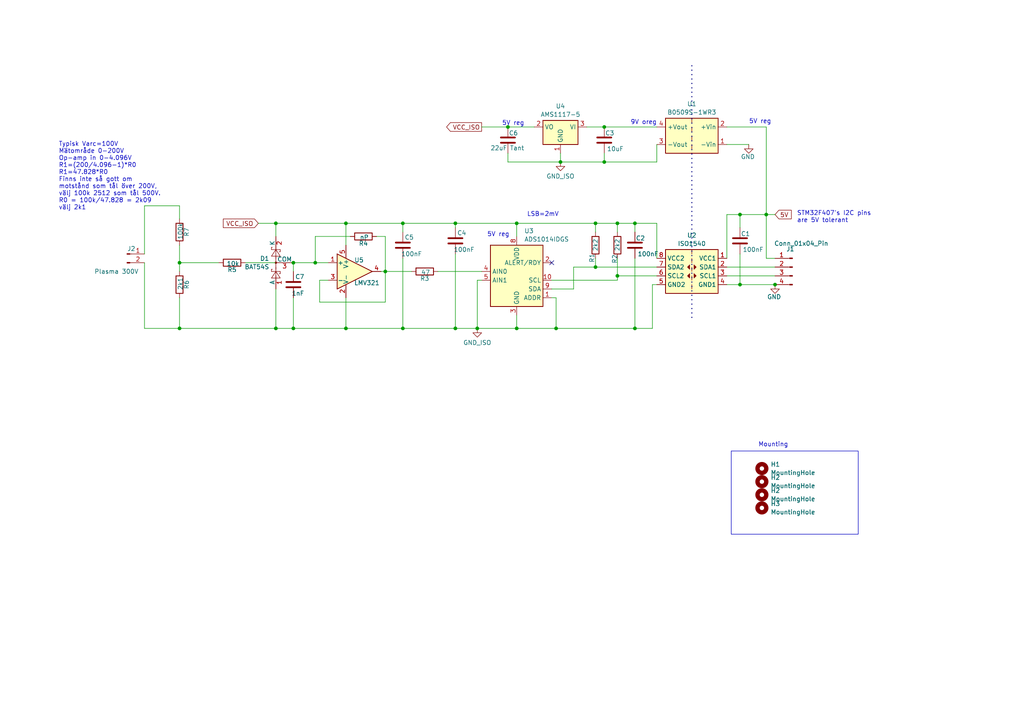
<source format=kicad_sch>
(kicad_sch
	(version 20231120)
	(generator "eeschema")
	(generator_version "8.0")
	(uuid "2f7c1153-70ce-434d-b080-3c6aade9d7b3")
	(paper "A4")
	(lib_symbols
		(symbol "Amplifier_Operational:LMV321"
			(pin_names
				(offset 0.127)
			)
			(exclude_from_sim no)
			(in_bom yes)
			(on_board yes)
			(property "Reference" "U"
				(at 0 5.08 0)
				(effects
					(font
						(size 1.27 1.27)
					)
					(justify left)
				)
			)
			(property "Value" "LMV321"
				(at 0 -5.08 0)
				(effects
					(font
						(size 1.27 1.27)
					)
					(justify left)
				)
			)
			(property "Footprint" ""
				(at 0 0 0)
				(effects
					(font
						(size 1.27 1.27)
					)
					(justify left)
					(hide yes)
				)
			)
			(property "Datasheet" "http://www.ti.com/lit/ds/symlink/lmv324.pdf"
				(at 0 0 0)
				(effects
					(font
						(size 1.27 1.27)
					)
					(hide yes)
				)
			)
			(property "Description" "Low-Voltage Rail-to-Rail Output Operational Amplifiers, SOT-23-5/SC-70-5"
				(at 0 0 0)
				(effects
					(font
						(size 1.27 1.27)
					)
					(hide yes)
				)
			)
			(property "ki_keywords" "single opamp"
				(at 0 0 0)
				(effects
					(font
						(size 1.27 1.27)
					)
					(hide yes)
				)
			)
			(property "ki_fp_filters" "SOT?23* *SC*70*"
				(at 0 0 0)
				(effects
					(font
						(size 1.27 1.27)
					)
					(hide yes)
				)
			)
			(symbol "LMV321_0_1"
				(polyline
					(pts
						(xy -5.08 5.08) (xy 5.08 0) (xy -5.08 -5.08) (xy -5.08 5.08)
					)
					(stroke
						(width 0.254)
						(type default)
					)
					(fill
						(type background)
					)
				)
				(pin power_in line
					(at -2.54 -7.62 90)
					(length 3.81)
					(name "V-"
						(effects
							(font
								(size 1.27 1.27)
							)
						)
					)
					(number "2"
						(effects
							(font
								(size 1.27 1.27)
							)
						)
					)
				)
				(pin power_in line
					(at -2.54 7.62 270)
					(length 3.81)
					(name "V+"
						(effects
							(font
								(size 1.27 1.27)
							)
						)
					)
					(number "5"
						(effects
							(font
								(size 1.27 1.27)
							)
						)
					)
				)
			)
			(symbol "LMV321_1_1"
				(pin input line
					(at -7.62 2.54 0)
					(length 2.54)
					(name "+"
						(effects
							(font
								(size 1.27 1.27)
							)
						)
					)
					(number "1"
						(effects
							(font
								(size 1.27 1.27)
							)
						)
					)
				)
				(pin input line
					(at -7.62 -2.54 0)
					(length 2.54)
					(name "-"
						(effects
							(font
								(size 1.27 1.27)
							)
						)
					)
					(number "3"
						(effects
							(font
								(size 1.27 1.27)
							)
						)
					)
				)
				(pin output line
					(at 7.62 0 180)
					(length 2.54)
					(name "~"
						(effects
							(font
								(size 1.27 1.27)
							)
						)
					)
					(number "4"
						(effects
							(font
								(size 1.27 1.27)
							)
						)
					)
				)
			)
		)
		(symbol "Analog_ADC:ADS1014IDGS"
			(exclude_from_sim no)
			(in_bom yes)
			(on_board yes)
			(property "Reference" "U"
				(at 2.54 13.97 0)
				(effects
					(font
						(size 1.27 1.27)
					)
				)
			)
			(property "Value" "ADS1014IDGS"
				(at 7.62 11.43 0)
				(effects
					(font
						(size 1.27 1.27)
					)
				)
			)
			(property "Footprint" "Package_SO:TSSOP-10_3x3mm_P0.5mm"
				(at 0 -12.7 0)
				(effects
					(font
						(size 1.27 1.27)
					)
					(hide yes)
				)
			)
			(property "Datasheet" "http://www.ti.com/lit/ds/symlink/ads1015.pdf"
				(at -1.27 -22.86 0)
				(effects
					(font
						(size 1.27 1.27)
					)
					(hide yes)
				)
			)
			(property "Description" "Ultra-Small, Low-Power, I2C-Compatible, 3.3-kSPS, 12-Bit ADCs With Internal Reference, Oscillator, and Programmable Comparator, VSSOP-10"
				(at 0 0 0)
				(effects
					(font
						(size 1.27 1.27)
					)
					(hide yes)
				)
			)
			(property "ki_keywords" "12 bit single channel I2C ADC"
				(at 0 0 0)
				(effects
					(font
						(size 1.27 1.27)
					)
					(hide yes)
				)
			)
			(property "ki_fp_filters" "TSSOP*3x3mm*P0.5mm*"
				(at 0 0 0)
				(effects
					(font
						(size 1.27 1.27)
					)
					(hide yes)
				)
			)
			(symbol "ADS1014IDGS_0_1"
				(rectangle
					(start -7.62 10.16)
					(end 7.62 -7.62)
					(stroke
						(width 0.254)
						(type default)
					)
					(fill
						(type background)
					)
				)
			)
			(symbol "ADS1014IDGS_1_1"
				(pin input line
					(at 10.16 -5.08 180)
					(length 2.54)
					(name "ADDR"
						(effects
							(font
								(size 1.27 1.27)
							)
						)
					)
					(number "1"
						(effects
							(font
								(size 1.27 1.27)
							)
						)
					)
				)
				(pin input line
					(at 10.16 0 180)
					(length 2.54)
					(name "SCL"
						(effects
							(font
								(size 1.27 1.27)
							)
						)
					)
					(number "10"
						(effects
							(font
								(size 1.27 1.27)
							)
						)
					)
				)
				(pin output line
					(at 10.16 5.08 180)
					(length 2.54)
					(name "ALERT/RDY"
						(effects
							(font
								(size 1.27 1.27)
							)
						)
					)
					(number "2"
						(effects
							(font
								(size 1.27 1.27)
							)
						)
					)
				)
				(pin power_in line
					(at 0 -10.16 90)
					(length 2.54)
					(name "GND"
						(effects
							(font
								(size 1.27 1.27)
							)
						)
					)
					(number "3"
						(effects
							(font
								(size 1.27 1.27)
							)
						)
					)
				)
				(pin input line
					(at -10.16 2.54 0)
					(length 2.54)
					(name "AIN0"
						(effects
							(font
								(size 1.27 1.27)
							)
						)
					)
					(number "4"
						(effects
							(font
								(size 1.27 1.27)
							)
						)
					)
				)
				(pin input line
					(at -10.16 0 0)
					(length 2.54)
					(name "AIN1"
						(effects
							(font
								(size 1.27 1.27)
							)
						)
					)
					(number "5"
						(effects
							(font
								(size 1.27 1.27)
							)
						)
					)
				)
				(pin no_connect line
					(at -7.62 7.62 0)
					(length 2.54) hide
					(name "~"
						(effects
							(font
								(size 1.27 1.27)
							)
						)
					)
					(number "6"
						(effects
							(font
								(size 1.27 1.27)
							)
						)
					)
				)
				(pin no_connect line
					(at -7.62 5.08 0)
					(length 2.54) hide
					(name "~"
						(effects
							(font
								(size 1.27 1.27)
							)
						)
					)
					(number "7"
						(effects
							(font
								(size 1.27 1.27)
							)
						)
					)
				)
				(pin power_in line
					(at 0 12.7 270)
					(length 2.54)
					(name "VDD"
						(effects
							(font
								(size 1.27 1.27)
							)
						)
					)
					(number "8"
						(effects
							(font
								(size 1.27 1.27)
							)
						)
					)
				)
				(pin bidirectional line
					(at 10.16 -2.54 180)
					(length 2.54)
					(name "SDA"
						(effects
							(font
								(size 1.27 1.27)
							)
						)
					)
					(number "9"
						(effects
							(font
								(size 1.27 1.27)
							)
						)
					)
				)
			)
		)
		(symbol "Connector:Conn_01x02_Pin"
			(pin_names
				(offset 1.016) hide)
			(exclude_from_sim no)
			(in_bom yes)
			(on_board yes)
			(property "Reference" "J"
				(at 0 2.54 0)
				(effects
					(font
						(size 1.27 1.27)
					)
				)
			)
			(property "Value" "Conn_01x02_Pin"
				(at 0 -5.08 0)
				(effects
					(font
						(size 1.27 1.27)
					)
				)
			)
			(property "Footprint" ""
				(at 0 0 0)
				(effects
					(font
						(size 1.27 1.27)
					)
					(hide yes)
				)
			)
			(property "Datasheet" "~"
				(at 0 0 0)
				(effects
					(font
						(size 1.27 1.27)
					)
					(hide yes)
				)
			)
			(property "Description" "Generic connector, single row, 01x02, script generated"
				(at 0 0 0)
				(effects
					(font
						(size 1.27 1.27)
					)
					(hide yes)
				)
			)
			(property "ki_locked" ""
				(at 0 0 0)
				(effects
					(font
						(size 1.27 1.27)
					)
				)
			)
			(property "ki_keywords" "connector"
				(at 0 0 0)
				(effects
					(font
						(size 1.27 1.27)
					)
					(hide yes)
				)
			)
			(property "ki_fp_filters" "Connector*:*_1x??_*"
				(at 0 0 0)
				(effects
					(font
						(size 1.27 1.27)
					)
					(hide yes)
				)
			)
			(symbol "Conn_01x02_Pin_1_1"
				(polyline
					(pts
						(xy 1.27 -2.54) (xy 0.8636 -2.54)
					)
					(stroke
						(width 0.1524)
						(type default)
					)
					(fill
						(type none)
					)
				)
				(polyline
					(pts
						(xy 1.27 0) (xy 0.8636 0)
					)
					(stroke
						(width 0.1524)
						(type default)
					)
					(fill
						(type none)
					)
				)
				(rectangle
					(start 0.8636 -2.413)
					(end 0 -2.667)
					(stroke
						(width 0.1524)
						(type default)
					)
					(fill
						(type outline)
					)
				)
				(rectangle
					(start 0.8636 0.127)
					(end 0 -0.127)
					(stroke
						(width 0.1524)
						(type default)
					)
					(fill
						(type outline)
					)
				)
				(pin passive line
					(at 5.08 0 180)
					(length 3.81)
					(name "Pin_1"
						(effects
							(font
								(size 1.27 1.27)
							)
						)
					)
					(number "1"
						(effects
							(font
								(size 1.27 1.27)
							)
						)
					)
				)
				(pin passive line
					(at 5.08 -2.54 180)
					(length 3.81)
					(name "Pin_2"
						(effects
							(font
								(size 1.27 1.27)
							)
						)
					)
					(number "2"
						(effects
							(font
								(size 1.27 1.27)
							)
						)
					)
				)
			)
		)
		(symbol "Connector:Conn_01x04_Pin"
			(pin_names
				(offset 1.016) hide)
			(exclude_from_sim no)
			(in_bom yes)
			(on_board yes)
			(property "Reference" "J"
				(at 0 5.08 0)
				(effects
					(font
						(size 1.27 1.27)
					)
				)
			)
			(property "Value" "Conn_01x04_Pin"
				(at 0 -7.62 0)
				(effects
					(font
						(size 1.27 1.27)
					)
				)
			)
			(property "Footprint" ""
				(at 0 0 0)
				(effects
					(font
						(size 1.27 1.27)
					)
					(hide yes)
				)
			)
			(property "Datasheet" "~"
				(at 0 0 0)
				(effects
					(font
						(size 1.27 1.27)
					)
					(hide yes)
				)
			)
			(property "Description" "Generic connector, single row, 01x04, script generated"
				(at 0 0 0)
				(effects
					(font
						(size 1.27 1.27)
					)
					(hide yes)
				)
			)
			(property "ki_locked" ""
				(at 0 0 0)
				(effects
					(font
						(size 1.27 1.27)
					)
				)
			)
			(property "ki_keywords" "connector"
				(at 0 0 0)
				(effects
					(font
						(size 1.27 1.27)
					)
					(hide yes)
				)
			)
			(property "ki_fp_filters" "Connector*:*_1x??_*"
				(at 0 0 0)
				(effects
					(font
						(size 1.27 1.27)
					)
					(hide yes)
				)
			)
			(symbol "Conn_01x04_Pin_1_1"
				(polyline
					(pts
						(xy 1.27 -5.08) (xy 0.8636 -5.08)
					)
					(stroke
						(width 0.1524)
						(type default)
					)
					(fill
						(type none)
					)
				)
				(polyline
					(pts
						(xy 1.27 -2.54) (xy 0.8636 -2.54)
					)
					(stroke
						(width 0.1524)
						(type default)
					)
					(fill
						(type none)
					)
				)
				(polyline
					(pts
						(xy 1.27 0) (xy 0.8636 0)
					)
					(stroke
						(width 0.1524)
						(type default)
					)
					(fill
						(type none)
					)
				)
				(polyline
					(pts
						(xy 1.27 2.54) (xy 0.8636 2.54)
					)
					(stroke
						(width 0.1524)
						(type default)
					)
					(fill
						(type none)
					)
				)
				(rectangle
					(start 0.8636 -4.953)
					(end 0 -5.207)
					(stroke
						(width 0.1524)
						(type default)
					)
					(fill
						(type outline)
					)
				)
				(rectangle
					(start 0.8636 -2.413)
					(end 0 -2.667)
					(stroke
						(width 0.1524)
						(type default)
					)
					(fill
						(type outline)
					)
				)
				(rectangle
					(start 0.8636 0.127)
					(end 0 -0.127)
					(stroke
						(width 0.1524)
						(type default)
					)
					(fill
						(type outline)
					)
				)
				(rectangle
					(start 0.8636 2.667)
					(end 0 2.413)
					(stroke
						(width 0.1524)
						(type default)
					)
					(fill
						(type outline)
					)
				)
				(pin passive line
					(at 5.08 2.54 180)
					(length 3.81)
					(name "Pin_1"
						(effects
							(font
								(size 1.27 1.27)
							)
						)
					)
					(number "1"
						(effects
							(font
								(size 1.27 1.27)
							)
						)
					)
				)
				(pin passive line
					(at 5.08 0 180)
					(length 3.81)
					(name "Pin_2"
						(effects
							(font
								(size 1.27 1.27)
							)
						)
					)
					(number "2"
						(effects
							(font
								(size 1.27 1.27)
							)
						)
					)
				)
				(pin passive line
					(at 5.08 -2.54 180)
					(length 3.81)
					(name "Pin_3"
						(effects
							(font
								(size 1.27 1.27)
							)
						)
					)
					(number "3"
						(effects
							(font
								(size 1.27 1.27)
							)
						)
					)
				)
				(pin passive line
					(at 5.08 -5.08 180)
					(length 3.81)
					(name "Pin_4"
						(effects
							(font
								(size 1.27 1.27)
							)
						)
					)
					(number "4"
						(effects
							(font
								(size 1.27 1.27)
							)
						)
					)
				)
			)
		)
		(symbol "Converter_DCDC:TEA1-0505"
			(exclude_from_sim no)
			(in_bom yes)
			(on_board yes)
			(property "Reference" "U"
				(at -7.62 6.35 0)
				(effects
					(font
						(size 1.27 1.27)
					)
					(justify left)
				)
			)
			(property "Value" "TEA1-0505"
				(at -2.54 6.35 0)
				(effects
					(font
						(size 1.27 1.27)
					)
					(justify left)
				)
			)
			(property "Footprint" "Converter_DCDC:Converter_DCDC_TRACO_TEA1-xxxx_THT"
				(at 0 -8.89 0)
				(effects
					(font
						(size 1.27 1.27)
					)
					(hide yes)
				)
			)
			(property "Datasheet" "https://www.tracopower.com/products/tea1.pdf"
				(at 0 -6.35 0)
				(effects
					(font
						(size 1.27 1.27)
					)
					(hide yes)
				)
			)
			(property "Description" "1W DC/DC converter unregulated, 4.5-5.5V input, 5V output voltage, 200mA output, 1.5kVDC isolation, SIP-4"
				(at 0 0 0)
				(effects
					(font
						(size 1.27 1.27)
					)
					(hide yes)
				)
			)
			(property "ki_keywords" "Traco isolated isolation dc-dc converter not-regulated non-regulated single 1W"
				(at 0 0 0)
				(effects
					(font
						(size 1.27 1.27)
					)
					(hide yes)
				)
			)
			(property "ki_fp_filters" "Converter*DCDC*TRACO*TEA1*THT*"
				(at 0 0 0)
				(effects
					(font
						(size 1.27 1.27)
					)
					(hide yes)
				)
			)
			(symbol "TEA1-0505_0_0"
				(pin power_in line
					(at -10.16 -2.54 0)
					(length 2.54)
					(name "-Vin"
						(effects
							(font
								(size 1.27 1.27)
							)
						)
					)
					(number "1"
						(effects
							(font
								(size 1.27 1.27)
							)
						)
					)
				)
				(pin power_in line
					(at -10.16 2.54 0)
					(length 2.54)
					(name "+Vin"
						(effects
							(font
								(size 1.27 1.27)
							)
						)
					)
					(number "2"
						(effects
							(font
								(size 1.27 1.27)
							)
						)
					)
				)
				(pin power_out line
					(at 10.16 -2.54 180)
					(length 2.54)
					(name "-Vout"
						(effects
							(font
								(size 1.27 1.27)
							)
						)
					)
					(number "3"
						(effects
							(font
								(size 1.27 1.27)
							)
						)
					)
				)
				(pin power_out line
					(at 10.16 2.54 180)
					(length 2.54)
					(name "+Vout"
						(effects
							(font
								(size 1.27 1.27)
							)
						)
					)
					(number "4"
						(effects
							(font
								(size 1.27 1.27)
							)
						)
					)
				)
			)
			(symbol "TEA1-0505_0_1"
				(rectangle
					(start -7.62 5.08)
					(end 7.62 -5.08)
					(stroke
						(width 0.254)
						(type default)
					)
					(fill
						(type background)
					)
				)
				(polyline
					(pts
						(xy 0 -2.54) (xy 0 -3.81)
					)
					(stroke
						(width 0)
						(type default)
					)
					(fill
						(type none)
					)
				)
				(polyline
					(pts
						(xy 0 0) (xy 0 -1.27)
					)
					(stroke
						(width 0)
						(type default)
					)
					(fill
						(type none)
					)
				)
				(polyline
					(pts
						(xy 0 2.54) (xy 0 1.27)
					)
					(stroke
						(width 0)
						(type default)
					)
					(fill
						(type none)
					)
				)
				(polyline
					(pts
						(xy 0 5.08) (xy 0 3.81)
					)
					(stroke
						(width 0)
						(type default)
					)
					(fill
						(type none)
					)
				)
			)
		)
		(symbol "Device:C"
			(pin_numbers hide)
			(pin_names
				(offset 0.254)
			)
			(exclude_from_sim no)
			(in_bom yes)
			(on_board yes)
			(property "Reference" "C"
				(at 0.635 2.54 0)
				(effects
					(font
						(size 1.27 1.27)
					)
					(justify left)
				)
			)
			(property "Value" "C"
				(at 0.635 -2.54 0)
				(effects
					(font
						(size 1.27 1.27)
					)
					(justify left)
				)
			)
			(property "Footprint" ""
				(at 0.9652 -3.81 0)
				(effects
					(font
						(size 1.27 1.27)
					)
					(hide yes)
				)
			)
			(property "Datasheet" "~"
				(at 0 0 0)
				(effects
					(font
						(size 1.27 1.27)
					)
					(hide yes)
				)
			)
			(property "Description" "Unpolarized capacitor"
				(at 0 0 0)
				(effects
					(font
						(size 1.27 1.27)
					)
					(hide yes)
				)
			)
			(property "ki_keywords" "cap capacitor"
				(at 0 0 0)
				(effects
					(font
						(size 1.27 1.27)
					)
					(hide yes)
				)
			)
			(property "ki_fp_filters" "C_*"
				(at 0 0 0)
				(effects
					(font
						(size 1.27 1.27)
					)
					(hide yes)
				)
			)
			(symbol "C_0_1"
				(polyline
					(pts
						(xy -2.032 -0.762) (xy 2.032 -0.762)
					)
					(stroke
						(width 0.508)
						(type default)
					)
					(fill
						(type none)
					)
				)
				(polyline
					(pts
						(xy -2.032 0.762) (xy 2.032 0.762)
					)
					(stroke
						(width 0.508)
						(type default)
					)
					(fill
						(type none)
					)
				)
			)
			(symbol "C_1_1"
				(pin passive line
					(at 0 3.81 270)
					(length 2.794)
					(name "~"
						(effects
							(font
								(size 1.27 1.27)
							)
						)
					)
					(number "1"
						(effects
							(font
								(size 1.27 1.27)
							)
						)
					)
				)
				(pin passive line
					(at 0 -3.81 90)
					(length 2.794)
					(name "~"
						(effects
							(font
								(size 1.27 1.27)
							)
						)
					)
					(number "2"
						(effects
							(font
								(size 1.27 1.27)
							)
						)
					)
				)
			)
		)
		(symbol "Device:R"
			(pin_numbers hide)
			(pin_names
				(offset 0)
			)
			(exclude_from_sim no)
			(in_bom yes)
			(on_board yes)
			(property "Reference" "R"
				(at 2.032 0 90)
				(effects
					(font
						(size 1.27 1.27)
					)
				)
			)
			(property "Value" "R"
				(at 0 0 90)
				(effects
					(font
						(size 1.27 1.27)
					)
				)
			)
			(property "Footprint" ""
				(at -1.778 0 90)
				(effects
					(font
						(size 1.27 1.27)
					)
					(hide yes)
				)
			)
			(property "Datasheet" "~"
				(at 0 0 0)
				(effects
					(font
						(size 1.27 1.27)
					)
					(hide yes)
				)
			)
			(property "Description" "Resistor"
				(at 0 0 0)
				(effects
					(font
						(size 1.27 1.27)
					)
					(hide yes)
				)
			)
			(property "ki_keywords" "R res resistor"
				(at 0 0 0)
				(effects
					(font
						(size 1.27 1.27)
					)
					(hide yes)
				)
			)
			(property "ki_fp_filters" "R_*"
				(at 0 0 0)
				(effects
					(font
						(size 1.27 1.27)
					)
					(hide yes)
				)
			)
			(symbol "R_0_1"
				(rectangle
					(start -1.016 -2.54)
					(end 1.016 2.54)
					(stroke
						(width 0.254)
						(type default)
					)
					(fill
						(type none)
					)
				)
			)
			(symbol "R_1_1"
				(pin passive line
					(at 0 3.81 270)
					(length 1.27)
					(name "~"
						(effects
							(font
								(size 1.27 1.27)
							)
						)
					)
					(number "1"
						(effects
							(font
								(size 1.27 1.27)
							)
						)
					)
				)
				(pin passive line
					(at 0 -3.81 90)
					(length 1.27)
					(name "~"
						(effects
							(font
								(size 1.27 1.27)
							)
						)
					)
					(number "2"
						(effects
							(font
								(size 1.27 1.27)
							)
						)
					)
				)
			)
		)
		(symbol "Diode:BAT54S"
			(pin_names
				(offset 0)
			)
			(exclude_from_sim no)
			(in_bom yes)
			(on_board yes)
			(property "Reference" "D"
				(at 2.54 -5.08 0)
				(effects
					(font
						(size 1.27 1.27)
					)
					(justify left)
				)
			)
			(property "Value" "BAT54S"
				(at -6.35 3.175 0)
				(effects
					(font
						(size 1.27 1.27)
					)
					(justify left)
				)
			)
			(property "Footprint" "Package_TO_SOT_SMD:SOT-23"
				(at 1.905 3.175 0)
				(effects
					(font
						(size 1.27 1.27)
					)
					(justify left)
					(hide yes)
				)
			)
			(property "Datasheet" "https://www.diodes.com/assets/Datasheets/ds11005.pdf"
				(at -3.048 0 0)
				(effects
					(font
						(size 1.27 1.27)
					)
					(hide yes)
				)
			)
			(property "Description" "Vr 30V, If 200mA, Dual schottky barrier diode, in series, SOT-323"
				(at 0 0 0)
				(effects
					(font
						(size 1.27 1.27)
					)
					(hide yes)
				)
			)
			(property "ki_keywords" "schottky diode"
				(at 0 0 0)
				(effects
					(font
						(size 1.27 1.27)
					)
					(hide yes)
				)
			)
			(property "ki_fp_filters" "SOT?23*"
				(at 0 0 0)
				(effects
					(font
						(size 1.27 1.27)
					)
					(hide yes)
				)
			)
			(symbol "BAT54S_0_1"
				(polyline
					(pts
						(xy -3.81 0) (xy -1.27 0)
					)
					(stroke
						(width 0)
						(type default)
					)
					(fill
						(type none)
					)
				)
				(polyline
					(pts
						(xy -3.175 -1.27) (xy -3.175 -1.016)
					)
					(stroke
						(width 0)
						(type default)
					)
					(fill
						(type none)
					)
				)
				(polyline
					(pts
						(xy -2.54 -1.27) (xy -3.175 -1.27)
					)
					(stroke
						(width 0)
						(type default)
					)
					(fill
						(type none)
					)
				)
				(polyline
					(pts
						(xy -2.54 -1.27) (xy -2.54 1.27)
					)
					(stroke
						(width 0)
						(type default)
					)
					(fill
						(type none)
					)
				)
				(polyline
					(pts
						(xy -2.54 1.27) (xy -1.905 1.27)
					)
					(stroke
						(width 0)
						(type default)
					)
					(fill
						(type none)
					)
				)
				(polyline
					(pts
						(xy -1.905 0) (xy 1.905 0)
					)
					(stroke
						(width 0)
						(type default)
					)
					(fill
						(type none)
					)
				)
				(polyline
					(pts
						(xy -1.905 1.27) (xy -1.905 1.016)
					)
					(stroke
						(width 0)
						(type default)
					)
					(fill
						(type none)
					)
				)
				(polyline
					(pts
						(xy 1.27 0) (xy 3.81 0)
					)
					(stroke
						(width 0)
						(type default)
					)
					(fill
						(type none)
					)
				)
				(polyline
					(pts
						(xy 3.175 -1.27) (xy 3.175 -1.016)
					)
					(stroke
						(width 0)
						(type default)
					)
					(fill
						(type none)
					)
				)
				(polyline
					(pts
						(xy 3.81 -1.27) (xy 3.175 -1.27)
					)
					(stroke
						(width 0)
						(type default)
					)
					(fill
						(type none)
					)
				)
				(polyline
					(pts
						(xy 3.81 -1.27) (xy 3.81 1.27)
					)
					(stroke
						(width 0)
						(type default)
					)
					(fill
						(type none)
					)
				)
				(polyline
					(pts
						(xy 3.81 1.27) (xy 4.445 1.27)
					)
					(stroke
						(width 0)
						(type default)
					)
					(fill
						(type none)
					)
				)
				(polyline
					(pts
						(xy 4.445 1.27) (xy 4.445 1.016)
					)
					(stroke
						(width 0)
						(type default)
					)
					(fill
						(type none)
					)
				)
				(polyline
					(pts
						(xy -4.445 1.27) (xy -4.445 -1.27) (xy -2.54 0) (xy -4.445 1.27)
					)
					(stroke
						(width 0)
						(type default)
					)
					(fill
						(type none)
					)
				)
				(polyline
					(pts
						(xy 1.905 1.27) (xy 1.905 -1.27) (xy 3.81 0) (xy 1.905 1.27)
					)
					(stroke
						(width 0)
						(type default)
					)
					(fill
						(type none)
					)
				)
				(circle
					(center 0 0)
					(radius 0.254)
					(stroke
						(width 0)
						(type default)
					)
					(fill
						(type outline)
					)
				)
			)
			(symbol "BAT54S_1_1"
				(pin passive line
					(at -7.62 0 0)
					(length 3.81)
					(name "A"
						(effects
							(font
								(size 1.27 1.27)
							)
						)
					)
					(number "1"
						(effects
							(font
								(size 1.27 1.27)
							)
						)
					)
				)
				(pin passive line
					(at 7.62 0 180)
					(length 3.81)
					(name "K"
						(effects
							(font
								(size 1.27 1.27)
							)
						)
					)
					(number "2"
						(effects
							(font
								(size 1.27 1.27)
							)
						)
					)
				)
				(pin passive line
					(at 0 -5.08 90)
					(length 5.08)
					(name "COM"
						(effects
							(font
								(size 1.27 1.27)
							)
						)
					)
					(number "3"
						(effects
							(font
								(size 1.27 1.27)
							)
						)
					)
				)
			)
		)
		(symbol "Isolator:ISO1540"
			(exclude_from_sim no)
			(in_bom yes)
			(on_board yes)
			(property "Reference" "U"
				(at -6.35 6.35 0)
				(effects
					(font
						(size 1.27 1.27)
					)
				)
			)
			(property "Value" "ISO1540"
				(at 3.81 6.35 0)
				(effects
					(font
						(size 1.27 1.27)
					)
				)
			)
			(property "Footprint" "Package_SO:SOIC-8_3.9x4.9mm_P1.27mm"
				(at 0 -8.89 0)
				(effects
					(font
						(size 1.27 1.27)
					)
					(hide yes)
				)
			)
			(property "Datasheet" "http://www.ti.com/lit/ds/symlink/iso1541.pdf"
				(at 0 1.27 0)
				(effects
					(font
						(size 1.27 1.27)
					)
					(hide yes)
				)
			)
			(property "Description" "I2C Isolator, 2.5 kVrms, Bidirectional clock and data, SOIC-8"
				(at 0 0 0)
				(effects
					(font
						(size 1.27 1.27)
					)
					(hide yes)
				)
			)
			(property "ki_keywords" "digital isolator i2c"
				(at 0 0 0)
				(effects
					(font
						(size 1.27 1.27)
					)
					(hide yes)
				)
			)
			(property "ki_fp_filters" "SOIC*3.9x4.9mm*P1.27mm*"
				(at 0 0 0)
				(effects
					(font
						(size 1.27 1.27)
					)
					(hide yes)
				)
			)
			(symbol "ISO1540_0_1"
				(rectangle
					(start -7.62 5.08)
					(end 7.62 -7.62)
					(stroke
						(width 0.254)
						(type default)
					)
					(fill
						(type background)
					)
				)
				(rectangle
					(start 0 -5.08)
					(end 0 -6.35)
					(stroke
						(width 0)
						(type default)
					)
					(fill
						(type none)
					)
				)
				(polyline
					(pts
						(xy 0 -2.54) (xy 0 -3.81)
					)
					(stroke
						(width 0)
						(type default)
					)
					(fill
						(type none)
					)
				)
				(polyline
					(pts
						(xy 0 0) (xy 0 -1.27)
					)
					(stroke
						(width 0)
						(type default)
					)
					(fill
						(type none)
					)
				)
				(polyline
					(pts
						(xy 0 2.54) (xy 0 1.27)
					)
					(stroke
						(width 0)
						(type default)
					)
					(fill
						(type none)
					)
				)
				(polyline
					(pts
						(xy 0 5.08) (xy 0 3.81)
					)
					(stroke
						(width 0)
						(type default)
					)
					(fill
						(type none)
					)
				)
				(polyline
					(pts
						(xy -0.635 0.635) (xy -1.27 0) (xy -0.635 -0.635) (xy -0.635 0.635)
					)
					(stroke
						(width 0)
						(type default)
					)
					(fill
						(type outline)
					)
				)
				(polyline
					(pts
						(xy 0.635 -1.905) (xy 1.27 -2.54) (xy 0.635 -3.175) (xy 0.635 -1.905)
					)
					(stroke
						(width 0)
						(type default)
					)
					(fill
						(type outline)
					)
				)
				(polyline
					(pts
						(xy 0.635 0.635) (xy 1.27 0) (xy 0.635 -0.635) (xy 0.635 0.635)
					)
					(stroke
						(width 0)
						(type default)
					)
					(fill
						(type outline)
					)
				)
			)
			(symbol "ISO1540_1_1"
				(polyline
					(pts
						(xy -0.635 -1.905) (xy -1.27 -2.54) (xy -0.635 -3.175) (xy -0.635 -1.905)
					)
					(stroke
						(width 0)
						(type default)
					)
					(fill
						(type outline)
					)
				)
				(pin power_in line
					(at -10.16 2.54 0)
					(length 2.54)
					(name "VCC1"
						(effects
							(font
								(size 1.27 1.27)
							)
						)
					)
					(number "1"
						(effects
							(font
								(size 1.27 1.27)
							)
						)
					)
				)
				(pin bidirectional line
					(at -10.16 0 0)
					(length 2.54)
					(name "SDA1"
						(effects
							(font
								(size 1.27 1.27)
							)
						)
					)
					(number "2"
						(effects
							(font
								(size 1.27 1.27)
							)
						)
					)
				)
				(pin bidirectional line
					(at -10.16 -2.54 0)
					(length 2.54)
					(name "SCL1"
						(effects
							(font
								(size 1.27 1.27)
							)
						)
					)
					(number "3"
						(effects
							(font
								(size 1.27 1.27)
							)
						)
					)
				)
				(pin power_in line
					(at -10.16 -5.08 0)
					(length 2.54)
					(name "GND1"
						(effects
							(font
								(size 1.27 1.27)
							)
						)
					)
					(number "4"
						(effects
							(font
								(size 1.27 1.27)
							)
						)
					)
				)
				(pin power_in line
					(at 10.16 -5.08 180)
					(length 2.54)
					(name "GND2"
						(effects
							(font
								(size 1.27 1.27)
							)
						)
					)
					(number "5"
						(effects
							(font
								(size 1.27 1.27)
							)
						)
					)
				)
				(pin bidirectional line
					(at 10.16 -2.54 180)
					(length 2.54)
					(name "SCL2"
						(effects
							(font
								(size 1.27 1.27)
							)
						)
					)
					(number "6"
						(effects
							(font
								(size 1.27 1.27)
							)
						)
					)
				)
				(pin bidirectional line
					(at 10.16 0 180)
					(length 2.54)
					(name "SDA2"
						(effects
							(font
								(size 1.27 1.27)
							)
						)
					)
					(number "7"
						(effects
							(font
								(size 1.27 1.27)
							)
						)
					)
				)
				(pin power_in line
					(at 10.16 2.54 180)
					(length 2.54)
					(name "VCC2"
						(effects
							(font
								(size 1.27 1.27)
							)
						)
					)
					(number "8"
						(effects
							(font
								(size 1.27 1.27)
							)
						)
					)
				)
			)
		)
		(symbol "Mechanical:MountingHole"
			(pin_names
				(offset 1.016)
			)
			(exclude_from_sim yes)
			(in_bom no)
			(on_board yes)
			(property "Reference" "H"
				(at 0 5.08 0)
				(effects
					(font
						(size 1.27 1.27)
					)
				)
			)
			(property "Value" "MountingHole"
				(at 0 3.175 0)
				(effects
					(font
						(size 1.27 1.27)
					)
				)
			)
			(property "Footprint" ""
				(at 0 0 0)
				(effects
					(font
						(size 1.27 1.27)
					)
					(hide yes)
				)
			)
			(property "Datasheet" "~"
				(at 0 0 0)
				(effects
					(font
						(size 1.27 1.27)
					)
					(hide yes)
				)
			)
			(property "Description" "Mounting Hole without connection"
				(at 0 0 0)
				(effects
					(font
						(size 1.27 1.27)
					)
					(hide yes)
				)
			)
			(property "ki_keywords" "mounting hole"
				(at 0 0 0)
				(effects
					(font
						(size 1.27 1.27)
					)
					(hide yes)
				)
			)
			(property "ki_fp_filters" "MountingHole*"
				(at 0 0 0)
				(effects
					(font
						(size 1.27 1.27)
					)
					(hide yes)
				)
			)
			(symbol "MountingHole_0_1"
				(circle
					(center 0 0)
					(radius 1.27)
					(stroke
						(width 1.27)
						(type default)
					)
					(fill
						(type none)
					)
				)
			)
		)
		(symbol "Regulator_Linear:AMS1117-3.3"
			(exclude_from_sim no)
			(in_bom yes)
			(on_board yes)
			(property "Reference" "U"
				(at -3.81 3.175 0)
				(effects
					(font
						(size 1.27 1.27)
					)
				)
			)
			(property "Value" "AMS1117-3.3"
				(at 0 3.175 0)
				(effects
					(font
						(size 1.27 1.27)
					)
					(justify left)
				)
			)
			(property "Footprint" "Package_TO_SOT_SMD:SOT-223-3_TabPin2"
				(at 0 5.08 0)
				(effects
					(font
						(size 1.27 1.27)
					)
					(hide yes)
				)
			)
			(property "Datasheet" "http://www.advanced-monolithic.com/pdf/ds1117.pdf"
				(at 2.54 -6.35 0)
				(effects
					(font
						(size 1.27 1.27)
					)
					(hide yes)
				)
			)
			(property "Description" "1A Low Dropout regulator, positive, 3.3V fixed output, SOT-223"
				(at 0 0 0)
				(effects
					(font
						(size 1.27 1.27)
					)
					(hide yes)
				)
			)
			(property "ki_keywords" "linear regulator ldo fixed positive"
				(at 0 0 0)
				(effects
					(font
						(size 1.27 1.27)
					)
					(hide yes)
				)
			)
			(property "ki_fp_filters" "SOT?223*TabPin2*"
				(at 0 0 0)
				(effects
					(font
						(size 1.27 1.27)
					)
					(hide yes)
				)
			)
			(symbol "AMS1117-3.3_0_1"
				(rectangle
					(start -5.08 -5.08)
					(end 5.08 1.905)
					(stroke
						(width 0.254)
						(type default)
					)
					(fill
						(type background)
					)
				)
			)
			(symbol "AMS1117-3.3_1_1"
				(pin power_in line
					(at 0 -7.62 90)
					(length 2.54)
					(name "GND"
						(effects
							(font
								(size 1.27 1.27)
							)
						)
					)
					(number "1"
						(effects
							(font
								(size 1.27 1.27)
							)
						)
					)
				)
				(pin power_out line
					(at 7.62 0 180)
					(length 2.54)
					(name "VO"
						(effects
							(font
								(size 1.27 1.27)
							)
						)
					)
					(number "2"
						(effects
							(font
								(size 1.27 1.27)
							)
						)
					)
				)
				(pin power_in line
					(at -7.62 0 0)
					(length 2.54)
					(name "VI"
						(effects
							(font
								(size 1.27 1.27)
							)
						)
					)
					(number "3"
						(effects
							(font
								(size 1.27 1.27)
							)
						)
					)
				)
			)
		)
		(symbol "power:GND"
			(power)
			(pin_numbers hide)
			(pin_names
				(offset 0) hide)
			(exclude_from_sim no)
			(in_bom yes)
			(on_board yes)
			(property "Reference" "#PWR"
				(at 0 -6.35 0)
				(effects
					(font
						(size 1.27 1.27)
					)
					(hide yes)
				)
			)
			(property "Value" "GND"
				(at 0 -3.81 0)
				(effects
					(font
						(size 1.27 1.27)
					)
				)
			)
			(property "Footprint" ""
				(at 0 0 0)
				(effects
					(font
						(size 1.27 1.27)
					)
					(hide yes)
				)
			)
			(property "Datasheet" ""
				(at 0 0 0)
				(effects
					(font
						(size 1.27 1.27)
					)
					(hide yes)
				)
			)
			(property "Description" "Power symbol creates a global label with name \"GND\" , ground"
				(at 0 0 0)
				(effects
					(font
						(size 1.27 1.27)
					)
					(hide yes)
				)
			)
			(property "ki_keywords" "global power"
				(at 0 0 0)
				(effects
					(font
						(size 1.27 1.27)
					)
					(hide yes)
				)
			)
			(symbol "GND_0_1"
				(polyline
					(pts
						(xy 0 0) (xy 0 -1.27) (xy 1.27 -1.27) (xy 0 -2.54) (xy -1.27 -1.27) (xy 0 -1.27)
					)
					(stroke
						(width 0)
						(type default)
					)
					(fill
						(type none)
					)
				)
			)
			(symbol "GND_1_1"
				(pin power_in line
					(at 0 0 270)
					(length 0)
					(name "~"
						(effects
							(font
								(size 1.27 1.27)
							)
						)
					)
					(number "1"
						(effects
							(font
								(size 1.27 1.27)
							)
						)
					)
				)
			)
		)
		(symbol "power:GND1"
			(power)
			(pin_numbers hide)
			(pin_names
				(offset 0) hide)
			(exclude_from_sim no)
			(in_bom yes)
			(on_board yes)
			(property "Reference" "#PWR"
				(at 0 -6.35 0)
				(effects
					(font
						(size 1.27 1.27)
					)
					(hide yes)
				)
			)
			(property "Value" "GND1"
				(at 0 -3.81 0)
				(effects
					(font
						(size 1.27 1.27)
					)
				)
			)
			(property "Footprint" ""
				(at 0 0 0)
				(effects
					(font
						(size 1.27 1.27)
					)
					(hide yes)
				)
			)
			(property "Datasheet" ""
				(at 0 0 0)
				(effects
					(font
						(size 1.27 1.27)
					)
					(hide yes)
				)
			)
			(property "Description" "Power symbol creates a global label with name \"GND1\" , ground"
				(at 0 0 0)
				(effects
					(font
						(size 1.27 1.27)
					)
					(hide yes)
				)
			)
			(property "ki_keywords" "global power"
				(at 0 0 0)
				(effects
					(font
						(size 1.27 1.27)
					)
					(hide yes)
				)
			)
			(symbol "GND1_0_1"
				(polyline
					(pts
						(xy 0 0) (xy 0 -1.27) (xy 1.27 -1.27) (xy 0 -2.54) (xy -1.27 -1.27) (xy 0 -1.27)
					)
					(stroke
						(width 0)
						(type default)
					)
					(fill
						(type none)
					)
				)
			)
			(symbol "GND1_1_1"
				(pin power_in line
					(at 0 0 270)
					(length 0)
					(name "~"
						(effects
							(font
								(size 1.27 1.27)
							)
						)
					)
					(number "1"
						(effects
							(font
								(size 1.27 1.27)
							)
						)
					)
				)
			)
		)
	)
	(junction
		(at 175.26 36.83)
		(diameter 0)
		(color 0 0 0 0)
		(uuid "04605b74-d893-413d-977b-45295784f62e")
	)
	(junction
		(at 91.44 76.2)
		(diameter 0)
		(color 0 0 0 0)
		(uuid "07c929ae-2da6-4e26-b17a-76f6ce1759d4")
	)
	(junction
		(at 175.26 46.99)
		(diameter 0)
		(color 0 0 0 0)
		(uuid "15b3247d-2f54-4572-9e75-28c11daee088")
	)
	(junction
		(at 138.43 95.25)
		(diameter 0)
		(color 0 0 0 0)
		(uuid "2a5dc2b2-c88d-41cb-baca-a15f06f06989")
	)
	(junction
		(at 149.86 64.77)
		(diameter 0)
		(color 0 0 0 0)
		(uuid "2f3ed700-9792-4c60-a696-d43ad32611ae")
	)
	(junction
		(at 85.09 76.2)
		(diameter 0)
		(color 0 0 0 0)
		(uuid "3f9b4f31-710c-49cd-9e10-bf52353c7f9c")
	)
	(junction
		(at 147.32 36.83)
		(diameter 0)
		(color 0 0 0 0)
		(uuid "407eddcb-930d-4c52-94b4-96f8b9a0896e")
	)
	(junction
		(at 184.15 95.25)
		(diameter 0)
		(color 0 0 0 0)
		(uuid "478de721-a729-492f-a034-60e62ecafa5b")
	)
	(junction
		(at 172.72 77.47)
		(diameter 0)
		(color 0 0 0 0)
		(uuid "56a8ac46-6c2d-4c59-b2c7-123057e34f74")
	)
	(junction
		(at 149.86 95.25)
		(diameter 0)
		(color 0 0 0 0)
		(uuid "618b6e34-b66d-46c4-8fb5-4486959e3df9")
	)
	(junction
		(at 132.08 64.77)
		(diameter 0)
		(color 0 0 0 0)
		(uuid "64d32385-d896-4224-878f-0895fe5bef82")
	)
	(junction
		(at 172.72 64.77)
		(diameter 0)
		(color 0 0 0 0)
		(uuid "6b13d4e1-e458-458c-b92e-5494a9ad5475")
	)
	(junction
		(at 132.08 95.25)
		(diameter 0)
		(color 0 0 0 0)
		(uuid "6bb5b76f-9e74-43a0-bcac-eb6673a6959b")
	)
	(junction
		(at 224.79 82.55)
		(diameter 0)
		(color 0 0 0 0)
		(uuid "80087621-6776-49c0-8267-0f2d8e6b7ec4")
	)
	(junction
		(at 100.33 95.25)
		(diameter 0)
		(color 0 0 0 0)
		(uuid "871999c9-3542-4ed6-8dd4-09d6a9ef3287")
	)
	(junction
		(at 161.29 95.25)
		(diameter 0)
		(color 0 0 0 0)
		(uuid "8b550349-3686-4c94-8834-065230bde06c")
	)
	(junction
		(at 222.25 62.23)
		(diameter 0)
		(color 0 0 0 0)
		(uuid "9376b68a-6106-47f1-8d08-7af6479c8aa3")
	)
	(junction
		(at 214.63 82.55)
		(diameter 0)
		(color 0 0 0 0)
		(uuid "a392d238-016c-4fd2-8c9a-f3ea0888fc82")
	)
	(junction
		(at 80.01 95.25)
		(diameter 0)
		(color 0 0 0 0)
		(uuid "a55831b6-8b76-45d9-bc13-738bd2b8d10d")
	)
	(junction
		(at 179.07 64.77)
		(diameter 0)
		(color 0 0 0 0)
		(uuid "ab77a82e-4a3c-4cbe-9fde-27ceb6592ce7")
	)
	(junction
		(at 111.76 78.74)
		(diameter 0)
		(color 0 0 0 0)
		(uuid "ac6cfd0c-716a-4575-8d60-9751d50f0950")
	)
	(junction
		(at 116.84 95.25)
		(diameter 0)
		(color 0 0 0 0)
		(uuid "c341045e-8370-4980-bd94-fbadc41e8c74")
	)
	(junction
		(at 100.33 64.77)
		(diameter 0)
		(color 0 0 0 0)
		(uuid "ce1c7b79-cecf-49fe-bc77-d82f1357a293")
	)
	(junction
		(at 85.09 95.25)
		(diameter 0)
		(color 0 0 0 0)
		(uuid "d29bd8d9-0003-44c5-a028-7d538debb195")
	)
	(junction
		(at 179.07 80.01)
		(diameter 0)
		(color 0 0 0 0)
		(uuid "dc0786d4-562d-4e8b-b9c3-cb4b0942a353")
	)
	(junction
		(at 214.63 62.23)
		(diameter 0)
		(color 0 0 0 0)
		(uuid "e23b9bb4-8ec6-44af-8578-dc1a4b7a9e28")
	)
	(junction
		(at 184.15 64.77)
		(diameter 0)
		(color 0 0 0 0)
		(uuid "e8f6982d-ac50-48e7-804f-6735d5b94613")
	)
	(junction
		(at 80.01 64.77)
		(diameter 0)
		(color 0 0 0 0)
		(uuid "eafe1a0e-528d-4903-8cff-f54568574e9f")
	)
	(junction
		(at 52.07 95.25)
		(diameter 0)
		(color 0 0 0 0)
		(uuid "ebc5ada9-939c-4560-b159-e838e6eaff05")
	)
	(junction
		(at 162.56 46.99)
		(diameter 0)
		(color 0 0 0 0)
		(uuid "f1f56f34-fe19-41f2-b10f-181e1ec234b6")
	)
	(junction
		(at 116.84 64.77)
		(diameter 0)
		(color 0 0 0 0)
		(uuid "f47e5676-0655-4c2d-b083-61c867bcff33")
	)
	(junction
		(at 52.07 76.2)
		(diameter 0)
		(color 0 0 0 0)
		(uuid "fccf4d7e-0052-45db-98ff-219930806e68")
	)
	(no_connect
		(at 160.02 76.2)
		(uuid "957a577e-1c63-45f9-8fd5-34a04beb9f96")
	)
	(wire
		(pts
			(xy 101.6 68.58) (xy 91.44 68.58)
		)
		(stroke
			(width 0)
			(type default)
		)
		(uuid "0115474f-117c-45df-90ec-8cf4530bfb85")
	)
	(wire
		(pts
			(xy 210.82 62.23) (xy 210.82 74.93)
		)
		(stroke
			(width 0)
			(type default)
		)
		(uuid "04a96b7f-5442-49e0-b5d2-0fae8bd07c6a")
	)
	(wire
		(pts
			(xy 41.91 59.69) (xy 41.91 73.66)
		)
		(stroke
			(width 0)
			(type default)
		)
		(uuid "04c7f815-b533-4b03-ad83-4e79ecc9cec1")
	)
	(wire
		(pts
			(xy 184.15 64.77) (xy 179.07 64.77)
		)
		(stroke
			(width 0)
			(type default)
		)
		(uuid "0718b523-238b-4f86-839a-9d6f36ef5aed")
	)
	(wire
		(pts
			(xy 222.25 62.23) (xy 224.79 62.23)
		)
		(stroke
			(width 0)
			(type default)
		)
		(uuid "09025718-cdf8-4b20-875f-c26848952154")
	)
	(wire
		(pts
			(xy 214.63 62.23) (xy 222.25 62.23)
		)
		(stroke
			(width 0)
			(type default)
		)
		(uuid "0cf662b6-b112-4771-bae7-1b94c0e1e18c")
	)
	(wire
		(pts
			(xy 52.07 71.12) (xy 52.07 76.2)
		)
		(stroke
			(width 0)
			(type default)
		)
		(uuid "0d29298e-c05d-49de-a4b5-04bee0bbadde")
	)
	(wire
		(pts
			(xy 127 78.74) (xy 139.7 78.74)
		)
		(stroke
			(width 0)
			(type default)
		)
		(uuid "0d8fdc85-676d-4db3-a782-6fa85e9c036a")
	)
	(wire
		(pts
			(xy 85.09 76.2) (xy 85.09 78.74)
		)
		(stroke
			(width 0)
			(type default)
		)
		(uuid "0e6b9738-4e47-4c2f-9457-2be0cd0e49a8")
	)
	(wire
		(pts
			(xy 95.25 81.28) (xy 92.71 81.28)
		)
		(stroke
			(width 0)
			(type default)
		)
		(uuid "0fe41fb8-1ba8-4f66-b303-1e1e577d7db1")
	)
	(wire
		(pts
			(xy 80.01 95.25) (xy 85.09 95.25)
		)
		(stroke
			(width 0)
			(type default)
		)
		(uuid "109fe7fb-e2d9-4ece-873f-275cb257c568")
	)
	(wire
		(pts
			(xy 91.44 76.2) (xy 95.25 76.2)
		)
		(stroke
			(width 0)
			(type default)
		)
		(uuid "11cee972-772b-4fbe-8716-c4c77e962fa8")
	)
	(wire
		(pts
			(xy 100.33 64.77) (xy 100.33 71.12)
		)
		(stroke
			(width 0)
			(type default)
		)
		(uuid "124e1ce0-48ce-49d8-af31-8fc44320842b")
	)
	(wire
		(pts
			(xy 80.01 64.77) (xy 80.01 68.58)
		)
		(stroke
			(width 0)
			(type default)
		)
		(uuid "1372f0e7-bd4a-49cf-8a61-69216aad9b61")
	)
	(wire
		(pts
			(xy 190.5 74.93) (xy 190.5 64.77)
		)
		(stroke
			(width 0)
			(type default)
		)
		(uuid "141f3430-85f8-4c9b-b1a8-ea20bba08a63")
	)
	(wire
		(pts
			(xy 80.01 64.77) (xy 100.33 64.77)
		)
		(stroke
			(width 0)
			(type default)
		)
		(uuid "16506198-2c0a-46cf-ba92-1f340b824e04")
	)
	(wire
		(pts
			(xy 116.84 64.77) (xy 132.08 64.77)
		)
		(stroke
			(width 0)
			(type default)
		)
		(uuid "196789cc-8dd8-4398-9333-33eaa385419c")
	)
	(wire
		(pts
			(xy 170.18 36.83) (xy 175.26 36.83)
		)
		(stroke
			(width 0)
			(type default)
		)
		(uuid "1b048bfb-2553-42da-b88b-466255b05eb6")
	)
	(wire
		(pts
			(xy 210.82 82.55) (xy 214.63 82.55)
		)
		(stroke
			(width 0)
			(type default)
		)
		(uuid "1d76de51-f4ce-44b3-b57d-d82f4578ee87")
	)
	(wire
		(pts
			(xy 179.07 64.77) (xy 172.72 64.77)
		)
		(stroke
			(width 0)
			(type default)
		)
		(uuid "2241f008-de09-41c1-8c7a-d4c5763bb372")
	)
	(wire
		(pts
			(xy 71.12 76.2) (xy 85.09 76.2)
		)
		(stroke
			(width 0)
			(type default)
		)
		(uuid "2450ddad-9396-4bd4-8e1b-29122562e70c")
	)
	(wire
		(pts
			(xy 111.76 78.74) (xy 110.49 78.74)
		)
		(stroke
			(width 0)
			(type default)
		)
		(uuid "2481f2b4-2153-4799-9c6c-5c32ea00af88")
	)
	(wire
		(pts
			(xy 179.07 74.93) (xy 179.07 80.01)
		)
		(stroke
			(width 0)
			(type default)
		)
		(uuid "291e8213-91a5-4eb4-8182-bd0dbf9155f0")
	)
	(wire
		(pts
			(xy 214.63 73.66) (xy 214.63 82.55)
		)
		(stroke
			(width 0)
			(type default)
		)
		(uuid "2aa7fe18-28e3-4f95-a6f3-3e568537a7c8")
	)
	(wire
		(pts
			(xy 222.25 62.23) (xy 222.25 74.93)
		)
		(stroke
			(width 0)
			(type default)
		)
		(uuid "2b67f988-cb18-4d7e-bbe7-178c0d5709ae")
	)
	(wire
		(pts
			(xy 92.71 87.63) (xy 111.76 87.63)
		)
		(stroke
			(width 0)
			(type default)
		)
		(uuid "2be24a43-a939-4d42-8bc4-8d47140eb6be")
	)
	(wire
		(pts
			(xy 111.76 87.63) (xy 111.76 78.74)
		)
		(stroke
			(width 0)
			(type default)
		)
		(uuid "30a141bd-ef5b-44b5-b7f9-cad5b290058c")
	)
	(wire
		(pts
			(xy 149.86 95.25) (xy 138.43 95.25)
		)
		(stroke
			(width 0)
			(type default)
		)
		(uuid "3107b4d2-290f-4058-8aaa-54ae9c2284b8")
	)
	(wire
		(pts
			(xy 92.71 81.28) (xy 92.71 87.63)
		)
		(stroke
			(width 0)
			(type default)
		)
		(uuid "310939df-f33f-4a50-a1f9-2782fc65b793")
	)
	(wire
		(pts
			(xy 132.08 73.66) (xy 132.08 95.25)
		)
		(stroke
			(width 0)
			(type default)
		)
		(uuid "368b29f6-ff3d-46cd-90a0-3a0c2998bc1e")
	)
	(wire
		(pts
			(xy 222.25 74.93) (xy 224.79 74.93)
		)
		(stroke
			(width 0)
			(type default)
		)
		(uuid "384b87ab-f4c9-412e-9e92-7df2e7e689cc")
	)
	(wire
		(pts
			(xy 147.32 36.83) (xy 154.94 36.83)
		)
		(stroke
			(width 0)
			(type default)
		)
		(uuid "3a33b688-a321-4cce-81b9-08b18bd99b5f")
	)
	(wire
		(pts
			(xy 184.15 95.25) (xy 161.29 95.25)
		)
		(stroke
			(width 0)
			(type default)
		)
		(uuid "3aa71ef1-6c01-425a-906b-3b9a8691de4b")
	)
	(wire
		(pts
			(xy 149.86 64.77) (xy 172.72 64.77)
		)
		(stroke
			(width 0)
			(type default)
		)
		(uuid "3dbbaaae-586b-415e-8f74-68efa4867618")
	)
	(wire
		(pts
			(xy 184.15 64.77) (xy 184.15 67.31)
		)
		(stroke
			(width 0)
			(type default)
		)
		(uuid "40bd774c-af3f-4198-aff0-c853fed1eeae")
	)
	(wire
		(pts
			(xy 210.82 77.47) (xy 224.79 77.47)
		)
		(stroke
			(width 0)
			(type default)
		)
		(uuid "42ecabc7-2bf1-49fa-8df1-97f4407ed84e")
	)
	(bus
		(pts
			(xy 200.66 19.05) (xy 200.66 92.71)
		)
		(stroke
			(width 0)
			(type dot)
		)
		(uuid "44ddcc29-0be9-4644-9f3b-67ffb146b30a")
	)
	(wire
		(pts
			(xy 179.07 81.28) (xy 179.07 80.01)
		)
		(stroke
			(width 0)
			(type default)
		)
		(uuid "4532c664-9b80-4bbc-ad31-7f5e479bc2d5")
	)
	(wire
		(pts
			(xy 210.82 80.01) (xy 224.79 80.01)
		)
		(stroke
			(width 0)
			(type default)
		)
		(uuid "485c5bc4-677b-405f-a7db-8060ead6af65")
	)
	(wire
		(pts
			(xy 132.08 64.77) (xy 149.86 64.77)
		)
		(stroke
			(width 0)
			(type default)
		)
		(uuid "4a13c183-0052-4698-86d3-ca6589e80b75")
	)
	(wire
		(pts
			(xy 138.43 81.28) (xy 139.7 81.28)
		)
		(stroke
			(width 0)
			(type default)
		)
		(uuid "4b18663b-29bc-4f23-ba67-133d253b530f")
	)
	(wire
		(pts
			(xy 52.07 86.36) (xy 52.07 95.25)
		)
		(stroke
			(width 0)
			(type default)
		)
		(uuid "4b6d21b4-efb9-4054-9890-95e605807d8f")
	)
	(wire
		(pts
			(xy 214.63 82.55) (xy 224.79 82.55)
		)
		(stroke
			(width 0)
			(type default)
		)
		(uuid "4bf40b62-ab9d-45e2-b45f-4235c2daf038")
	)
	(wire
		(pts
			(xy 161.29 86.36) (xy 161.29 95.25)
		)
		(stroke
			(width 0)
			(type default)
		)
		(uuid "503f24f1-ad51-4da3-892a-153d6e6ab9f3")
	)
	(wire
		(pts
			(xy 116.84 95.25) (xy 132.08 95.25)
		)
		(stroke
			(width 0)
			(type default)
		)
		(uuid "51a857c8-d97c-40ba-88de-50ad006f54ce")
	)
	(wire
		(pts
			(xy 189.23 95.25) (xy 184.15 95.25)
		)
		(stroke
			(width 0)
			(type default)
		)
		(uuid "57a7f881-f1df-42de-bcec-41ba25ee26ec")
	)
	(wire
		(pts
			(xy 52.07 63.5) (xy 52.07 59.69)
		)
		(stroke
			(width 0)
			(type default)
		)
		(uuid "589c977e-58fc-410f-806e-6b70a5771310")
	)
	(wire
		(pts
			(xy 111.76 68.58) (xy 111.76 78.74)
		)
		(stroke
			(width 0)
			(type default)
		)
		(uuid "59064787-5009-4c53-969e-811d206c6e31")
	)
	(wire
		(pts
			(xy 189.23 82.55) (xy 190.5 82.55)
		)
		(stroke
			(width 0)
			(type default)
		)
		(uuid "5abb2c2c-c354-4f74-a790-bf0d352b8329")
	)
	(wire
		(pts
			(xy 111.76 78.74) (xy 119.38 78.74)
		)
		(stroke
			(width 0)
			(type default)
		)
		(uuid "5d24e17c-e8c5-4e08-a612-6a2477d89b34")
	)
	(wire
		(pts
			(xy 138.43 81.28) (xy 138.43 95.25)
		)
		(stroke
			(width 0)
			(type default)
		)
		(uuid "63bb8318-a1fb-4d40-818c-db5fcf32fb4c")
	)
	(wire
		(pts
			(xy 74.93 64.77) (xy 80.01 64.77)
		)
		(stroke
			(width 0)
			(type default)
		)
		(uuid "67b79817-d1da-4d67-8e7f-743d47cc2d81")
	)
	(wire
		(pts
			(xy 179.07 64.77) (xy 179.07 67.31)
		)
		(stroke
			(width 0)
			(type default)
		)
		(uuid "6c591d3d-58e5-4f48-b17d-7d7918520110")
	)
	(wire
		(pts
			(xy 91.44 68.58) (xy 91.44 76.2)
		)
		(stroke
			(width 0)
			(type default)
		)
		(uuid "703afa59-f5ab-4ac0-9899-ebf7984da94f")
	)
	(wire
		(pts
			(xy 52.07 78.74) (xy 52.07 76.2)
		)
		(stroke
			(width 0)
			(type default)
		)
		(uuid "7337ca15-d7d1-4898-b2a7-6916e1b9f721")
	)
	(wire
		(pts
			(xy 139.7 36.83) (xy 147.32 36.83)
		)
		(stroke
			(width 0)
			(type default)
		)
		(uuid "75474e26-c620-4772-b953-5064337d4031")
	)
	(wire
		(pts
			(xy 210.82 36.83) (xy 222.25 36.83)
		)
		(stroke
			(width 0)
			(type default)
		)
		(uuid "75a5b8ae-465f-4346-aa82-63a5fa50062d")
	)
	(wire
		(pts
			(xy 172.72 77.47) (xy 190.5 77.47)
		)
		(stroke
			(width 0)
			(type default)
		)
		(uuid "77113c7b-dfed-4fc8-8770-313dfd6223ed")
	)
	(wire
		(pts
			(xy 190.5 64.77) (xy 184.15 64.77)
		)
		(stroke
			(width 0)
			(type default)
		)
		(uuid "78163b8a-cb00-41ed-8225-8b97ac258998")
	)
	(wire
		(pts
			(xy 214.63 62.23) (xy 214.63 66.04)
		)
		(stroke
			(width 0)
			(type default)
		)
		(uuid "87756b85-41ea-448f-ada9-31547d4a4eec")
	)
	(wire
		(pts
			(xy 160.02 86.36) (xy 161.29 86.36)
		)
		(stroke
			(width 0)
			(type default)
		)
		(uuid "8806756f-82db-4b42-9798-5de8d78d450d")
	)
	(wire
		(pts
			(xy 172.72 74.93) (xy 172.72 77.47)
		)
		(stroke
			(width 0)
			(type default)
		)
		(uuid "8d9f5bea-25c0-4ff5-a9d1-1f1b8390173c")
	)
	(wire
		(pts
			(xy 85.09 95.25) (xy 100.33 95.25)
		)
		(stroke
			(width 0)
			(type default)
		)
		(uuid "8e2ddd19-ad03-4d61-9125-aefdaf05d0c4")
	)
	(wire
		(pts
			(xy 147.32 44.45) (xy 147.32 46.99)
		)
		(stroke
			(width 0)
			(type default)
		)
		(uuid "8e4aeada-b70a-4184-9287-7c0bdabe3fac")
	)
	(wire
		(pts
			(xy 85.09 76.2) (xy 91.44 76.2)
		)
		(stroke
			(width 0)
			(type default)
		)
		(uuid "8f30848f-e573-4b13-8415-6755433f2b33")
	)
	(wire
		(pts
			(xy 166.37 83.82) (xy 166.37 77.47)
		)
		(stroke
			(width 0)
			(type default)
		)
		(uuid "952da81d-5531-410a-8bf1-e420eb51fbbb")
	)
	(wire
		(pts
			(xy 160.02 81.28) (xy 179.07 81.28)
		)
		(stroke
			(width 0)
			(type default)
		)
		(uuid "9bd32c42-fd97-40d1-baf1-82d35429a32d")
	)
	(wire
		(pts
			(xy 149.86 91.44) (xy 149.86 95.25)
		)
		(stroke
			(width 0)
			(type default)
		)
		(uuid "9ed77dd2-cff0-4afd-ad07-18076bd7e48b")
	)
	(wire
		(pts
			(xy 116.84 64.77) (xy 116.84 67.31)
		)
		(stroke
			(width 0)
			(type default)
		)
		(uuid "a30b13a0-4cc9-49d8-9dac-f996ec68ea07")
	)
	(wire
		(pts
			(xy 100.33 95.25) (xy 116.84 95.25)
		)
		(stroke
			(width 0)
			(type default)
		)
		(uuid "a5cff2f3-32a5-484b-aa42-37b32a1c9377")
	)
	(wire
		(pts
			(xy 175.26 44.45) (xy 175.26 46.99)
		)
		(stroke
			(width 0)
			(type default)
		)
		(uuid "a7d128dd-19cc-4a7e-b81a-dee9367fa8e9")
	)
	(wire
		(pts
			(xy 161.29 95.25) (xy 149.86 95.25)
		)
		(stroke
			(width 0)
			(type default)
		)
		(uuid "a9bf54a5-03f6-4a59-915c-32f1a30b9061")
	)
	(wire
		(pts
			(xy 52.07 76.2) (xy 63.5 76.2)
		)
		(stroke
			(width 0)
			(type default)
		)
		(uuid "aee6edcf-20c1-42b7-82c8-7696457a073a")
	)
	(wire
		(pts
			(xy 190.5 46.99) (xy 175.26 46.99)
		)
		(stroke
			(width 0)
			(type default)
		)
		(uuid "b3018633-0bd5-48db-9966-f35fc0734264")
	)
	(wire
		(pts
			(xy 210.82 41.91) (xy 217.17 41.91)
		)
		(stroke
			(width 0)
			(type default)
		)
		(uuid "b4e85dce-0a8a-4beb-8d33-baff46ced852")
	)
	(wire
		(pts
			(xy 184.15 74.93) (xy 184.15 95.25)
		)
		(stroke
			(width 0)
			(type default)
		)
		(uuid "b731768f-a821-4220-afd5-18d189895b54")
	)
	(wire
		(pts
			(xy 175.26 46.99) (xy 162.56 46.99)
		)
		(stroke
			(width 0)
			(type default)
		)
		(uuid "bfdbd828-5484-4d7b-a78f-f3b8d6720fb6")
	)
	(wire
		(pts
			(xy 166.37 77.47) (xy 172.72 77.47)
		)
		(stroke
			(width 0)
			(type default)
		)
		(uuid "c0fee893-c5b6-479c-b808-eb2d138a45d5")
	)
	(wire
		(pts
			(xy 160.02 83.82) (xy 166.37 83.82)
		)
		(stroke
			(width 0)
			(type default)
		)
		(uuid "c1990f71-edf8-4783-b7a6-84c591d1b237")
	)
	(wire
		(pts
			(xy 222.25 36.83) (xy 222.25 62.23)
		)
		(stroke
			(width 0)
			(type default)
		)
		(uuid "c2c12216-dc77-4f00-bd89-696b18043c76")
	)
	(wire
		(pts
			(xy 190.5 41.91) (xy 190.5 46.99)
		)
		(stroke
			(width 0)
			(type default)
		)
		(uuid "c327c239-87ad-4559-9c48-87a204fcf799")
	)
	(wire
		(pts
			(xy 189.23 82.55) (xy 189.23 95.25)
		)
		(stroke
			(width 0)
			(type default)
		)
		(uuid "c5ffefb7-19c5-4a5e-89c7-b68fe2801aa0")
	)
	(wire
		(pts
			(xy 100.33 86.36) (xy 100.33 95.25)
		)
		(stroke
			(width 0)
			(type default)
		)
		(uuid "c68a9b7f-9717-4d1a-a565-0d752d4ef2d8")
	)
	(wire
		(pts
			(xy 179.07 80.01) (xy 190.5 80.01)
		)
		(stroke
			(width 0)
			(type default)
		)
		(uuid "c7080461-6b2a-4832-b367-b6eb449d04e5")
	)
	(wire
		(pts
			(xy 109.22 68.58) (xy 111.76 68.58)
		)
		(stroke
			(width 0)
			(type default)
		)
		(uuid "d81630b0-e5f5-43b1-8d89-1d8f8fb56ce9")
	)
	(wire
		(pts
			(xy 52.07 59.69) (xy 41.91 59.69)
		)
		(stroke
			(width 0)
			(type default)
		)
		(uuid "de61667a-4e33-4506-b301-b7ddb36a1e85")
	)
	(wire
		(pts
			(xy 175.26 36.83) (xy 190.5 36.83)
		)
		(stroke
			(width 0)
			(type default)
		)
		(uuid "e3e140d6-6a11-4469-8676-b76174d2a2c9")
	)
	(wire
		(pts
			(xy 100.33 64.77) (xy 116.84 64.77)
		)
		(stroke
			(width 0)
			(type default)
		)
		(uuid "e5c4487b-710f-4b70-b2de-03e20567b0db")
	)
	(wire
		(pts
			(xy 132.08 66.04) (xy 132.08 64.77)
		)
		(stroke
			(width 0)
			(type default)
		)
		(uuid "e73c203b-9337-42f1-8401-b845b56ad9b8")
	)
	(wire
		(pts
			(xy 52.07 95.25) (xy 80.01 95.25)
		)
		(stroke
			(width 0)
			(type default)
		)
		(uuid "e78ad1d9-3eef-494c-ae16-793f13f912a1")
	)
	(wire
		(pts
			(xy 210.82 62.23) (xy 214.63 62.23)
		)
		(stroke
			(width 0)
			(type default)
		)
		(uuid "e9007d8e-9b81-4df2-8a32-3fab4a8b013c")
	)
	(wire
		(pts
			(xy 162.56 46.99) (xy 162.56 44.45)
		)
		(stroke
			(width 0)
			(type default)
		)
		(uuid "ed143321-7248-4839-b83b-85f00b19be66")
	)
	(wire
		(pts
			(xy 116.84 74.93) (xy 116.84 95.25)
		)
		(stroke
			(width 0)
			(type default)
		)
		(uuid "ee0fe99b-6e7e-49d7-8c2b-f1f6436bc995")
	)
	(wire
		(pts
			(xy 80.01 83.82) (xy 80.01 95.25)
		)
		(stroke
			(width 0)
			(type default)
		)
		(uuid "ef4e02b2-b169-4a86-961c-1960b1303519")
	)
	(wire
		(pts
			(xy 41.91 76.2) (xy 41.91 95.25)
		)
		(stroke
			(width 0)
			(type default)
		)
		(uuid "f06e791e-af9f-47dc-97f9-b8e44d82a5ef")
	)
	(wire
		(pts
			(xy 172.72 64.77) (xy 172.72 67.31)
		)
		(stroke
			(width 0)
			(type default)
		)
		(uuid "f11a2d5c-6cf5-4152-a49d-8ebbcd16ac9c")
	)
	(wire
		(pts
			(xy 147.32 46.99) (xy 162.56 46.99)
		)
		(stroke
			(width 0)
			(type default)
		)
		(uuid "f1d98b76-d297-4d63-918a-342f48a0c17f")
	)
	(wire
		(pts
			(xy 132.08 95.25) (xy 138.43 95.25)
		)
		(stroke
			(width 0)
			(type default)
		)
		(uuid "f65d4aa7-3a5b-4ff2-8a6a-21c45c96e38c")
	)
	(wire
		(pts
			(xy 149.86 64.77) (xy 149.86 68.58)
		)
		(stroke
			(width 0)
			(type default)
		)
		(uuid "f6bad33f-85d1-4750-8ee5-e0f1d6f16d48")
	)
	(wire
		(pts
			(xy 41.91 95.25) (xy 52.07 95.25)
		)
		(stroke
			(width 0)
			(type default)
		)
		(uuid "f775de03-3ecc-4335-b5c8-3c26171bc8a9")
	)
	(wire
		(pts
			(xy 85.09 86.36) (xy 85.09 95.25)
		)
		(stroke
			(width 0)
			(type default)
		)
		(uuid "f9856822-8dd6-444e-a9ec-841c2c145d35")
	)
	(rectangle
		(start 212.09 130.81)
		(end 248.92 154.94)
		(stroke
			(width 0)
			(type default)
		)
		(fill
			(type none)
		)
		(uuid a9d0f8c2-7075-4e26-83e8-15065199ba8a)
	)
	(text "Mounting"
		(exclude_from_sim no)
		(at 224.282 129.032 0)
		(effects
			(font
				(size 1.27 1.27)
			)
		)
		(uuid "27e903f8-2cda-408a-b35c-af8280e3ce25")
	)
	(text "5V reg"
		(exclude_from_sim no)
		(at 220.472 35.306 0)
		(effects
			(font
				(size 1.27 1.27)
			)
		)
		(uuid "2aa1d0e2-4380-49bd-9a18-a922465fda4d")
	)
	(text "5V reg"
		(exclude_from_sim no)
		(at 144.526 68.072 0)
		(effects
			(font
				(size 1.27 1.27)
			)
		)
		(uuid "43850d09-f04b-413e-bfce-8a67da266b05")
	)
	(text "STM32F407's I2C pins\nare 5V tolerant"
		(exclude_from_sim no)
		(at 231.14 61.214 0)
		(effects
			(font
				(size 1.27 1.27)
			)
			(justify left top)
		)
		(uuid "62a2efc3-374f-4b51-9a93-c953521d8ed6")
	)
	(text "9V oreg"
		(exclude_from_sim no)
		(at 186.69 35.56 0)
		(effects
			(font
				(size 1.27 1.27)
			)
		)
		(uuid "68b879cd-2d22-4920-8107-66cb1715df90")
	)
	(text "LSB=2mV"
		(exclude_from_sim no)
		(at 157.48 62.23 0)
		(effects
			(font
				(size 1.27 1.27)
			)
		)
		(uuid "7162745f-75d5-42a1-aa5e-b9ed33b3e618")
	)
	(text "5V reg"
		(exclude_from_sim no)
		(at 148.844 35.814 0)
		(effects
			(font
				(size 1.27 1.27)
			)
		)
		(uuid "df56f7ac-826c-40a4-abc7-ebd3b2b28cb4")
	)
	(text "Typisk Varc=100V\nMätområde 0-200V\nOp-amp in 0-4.096V\nR1=(200/4.096-1)*R0\nR1=47.828*R0\nFinns inte så gott om\nmotstånd som tål över 200V,\nvälj 100k 2512 som tål 500V.\nR0 = 100k/47.828 = 2k09\nvälj 2k1"
		(exclude_from_sim no)
		(at 17.018 41.148 0)
		(effects
			(font
				(size 1.27 1.27)
			)
			(justify left top)
		)
		(uuid "ea58bc70-4f6e-4531-a3dc-85a4585c9265")
	)
	(global_label "5V"
		(shape input)
		(at 224.79 62.23 0)
		(fields_autoplaced yes)
		(effects
			(font
				(size 1.27 1.27)
			)
			(justify left)
		)
		(uuid "997d89e5-22a5-47b1-9786-7f3624f1c31b")
		(property "Intersheetrefs" "${INTERSHEET_REFS}"
			(at 230.0733 62.23 0)
			(effects
				(font
					(size 1.27 1.27)
				)
				(justify left)
				(hide yes)
			)
		)
	)
	(global_label "VCC_ISO"
		(shape output)
		(at 139.7 36.83 180)
		(fields_autoplaced yes)
		(effects
			(font
				(size 1.27 1.27)
			)
			(justify right)
		)
		(uuid "e151551c-6d9c-47d7-81f7-a5b1f5744481")
		(property "Intersheetrefs" "${INTERSHEET_REFS}"
			(at 128.9738 36.83 0)
			(effects
				(font
					(size 1.27 1.27)
				)
				(justify right)
				(hide yes)
			)
		)
	)
	(global_label "VCC_ISO"
		(shape input)
		(at 74.93 64.77 180)
		(fields_autoplaced yes)
		(effects
			(font
				(size 1.27 1.27)
			)
			(justify right)
		)
		(uuid "f757ffc5-e0e8-4c04-939d-3053bc94e9a7")
		(property "Intersheetrefs" "${INTERSHEET_REFS}"
			(at 64.2038 64.77 0)
			(effects
				(font
					(size 1.27 1.27)
				)
				(justify right)
				(hide yes)
			)
		)
	)
	(symbol
		(lib_id "Device:R")
		(at 52.07 82.55 0)
		(unit 1)
		(exclude_from_sim no)
		(in_bom yes)
		(on_board yes)
		(dnp no)
		(uuid "02ac516c-d6bb-4e4f-be87-e81f0fe6e116")
		(property "Reference" "R6"
			(at 54.102 82.55 90)
			(effects
				(font
					(size 1.27 1.27)
				)
			)
		)
		(property "Value" "2k1"
			(at 52.324 82.296 90)
			(effects
				(font
					(size 1.27 1.27)
				)
			)
		)
		(property "Footprint" "Resistor_SMD:R_0805_2012Metric"
			(at 50.292 82.55 90)
			(effects
				(font
					(size 1.27 1.27)
				)
				(hide yes)
			)
		)
		(property "Datasheet" "~"
			(at 52.07 82.55 0)
			(effects
				(font
					(size 1.27 1.27)
				)
				(hide yes)
			)
		)
		(property "Description" "Resistor"
			(at 52.07 82.55 0)
			(effects
				(font
					(size 1.27 1.27)
				)
				(hide yes)
			)
		)
		(pin "2"
			(uuid "154d9bd4-a2d1-48fe-b774-57a36e5a6235")
		)
		(pin "1"
			(uuid "1665b895-39f6-474a-a659-6b79767cd61c")
		)
		(instances
			(project "THCIC"
				(path "/2f7c1153-70ce-434d-b080-3c6aade9d7b3"
					(reference "R6")
					(unit 1)
				)
			)
		)
	)
	(symbol
		(lib_id "Device:R")
		(at 179.07 71.12 0)
		(unit 1)
		(exclude_from_sim no)
		(in_bom yes)
		(on_board yes)
		(dnp no)
		(uuid "057ff8c6-456a-484e-88ad-2b99ea31d376")
		(property "Reference" "R2"
			(at 178.308 76.454 90)
			(effects
				(font
					(size 1.27 1.27)
				)
				(justify left)
			)
		)
		(property "Value" "2k2"
			(at 179.07 72.898 90)
			(effects
				(font
					(size 1.27 1.27)
				)
				(justify left)
			)
		)
		(property "Footprint" "Resistor_SMD:R_0805_2012Metric"
			(at 177.292 71.12 90)
			(effects
				(font
					(size 1.27 1.27)
				)
				(hide yes)
			)
		)
		(property "Datasheet" "~"
			(at 179.07 71.12 0)
			(effects
				(font
					(size 1.27 1.27)
				)
				(hide yes)
			)
		)
		(property "Description" "Resistor"
			(at 179.07 71.12 0)
			(effects
				(font
					(size 1.27 1.27)
				)
				(hide yes)
			)
		)
		(pin "2"
			(uuid "081fe92b-4008-4f0b-89ec-5d89d9255b75")
		)
		(pin "1"
			(uuid "050397d3-d1cf-4234-9d8a-95ec801851aa")
		)
		(instances
			(project "THCIC"
				(path "/2f7c1153-70ce-434d-b080-3c6aade9d7b3"
					(reference "R2")
					(unit 1)
				)
			)
		)
	)
	(symbol
		(lib_id "Mechanical:MountingHole")
		(at 220.98 139.7 0)
		(unit 1)
		(exclude_from_sim yes)
		(in_bom no)
		(on_board yes)
		(dnp no)
		(fields_autoplaced yes)
		(uuid "16840c9c-f009-445b-809d-ad6f9c769100")
		(property "Reference" "H2"
			(at 223.52 138.4878 0)
			(effects
				(font
					(size 1.27 1.27)
				)
				(justify left)
			)
		)
		(property "Value" "MountingHole"
			(at 223.52 140.9121 0)
			(effects
				(font
					(size 1.27 1.27)
				)
				(justify left)
			)
		)
		(property "Footprint" "MountingHole:MountingHole_3.2mm_M3"
			(at 220.98 139.7 0)
			(effects
				(font
					(size 1.27 1.27)
				)
				(hide yes)
			)
		)
		(property "Datasheet" "~"
			(at 220.98 139.7 0)
			(effects
				(font
					(size 1.27 1.27)
				)
				(hide yes)
			)
		)
		(property "Description" "Mounting Hole without connection"
			(at 220.98 139.7 0)
			(effects
				(font
					(size 1.27 1.27)
				)
				(hide yes)
			)
		)
		(instances
			(project "THCIC"
				(path "/2f7c1153-70ce-434d-b080-3c6aade9d7b3"
					(reference "H2")
					(unit 1)
				)
			)
		)
	)
	(symbol
		(lib_id "Amplifier_Operational:LMV321")
		(at 102.87 78.74 0)
		(unit 1)
		(exclude_from_sim no)
		(in_bom yes)
		(on_board yes)
		(dnp no)
		(uuid "28c40ad9-5f2d-430c-8b70-b3919ffee934")
		(property "Reference" "U5"
			(at 104.14 75.438 0)
			(effects
				(font
					(size 1.27 1.27)
				)
			)
		)
		(property "Value" "LMV321"
			(at 106.426 82.042 0)
			(effects
				(font
					(size 1.27 1.27)
				)
			)
		)
		(property "Footprint" "Package_TO_SOT_SMD:SOT-23-5"
			(at 102.87 78.74 0)
			(effects
				(font
					(size 1.27 1.27)
				)
				(justify left)
				(hide yes)
			)
		)
		(property "Datasheet" "http://www.ti.com/lit/ds/symlink/lmv324.pdf"
			(at 102.87 78.74 0)
			(effects
				(font
					(size 1.27 1.27)
				)
				(hide yes)
			)
		)
		(property "Description" "Low-Voltage Rail-to-Rail Output Operational Amplifiers, SOT-23-5/SC-70-5"
			(at 102.87 78.74 0)
			(effects
				(font
					(size 1.27 1.27)
				)
				(hide yes)
			)
		)
		(pin "2"
			(uuid "3979621e-a9fb-4d88-ab28-7e6a65e968cc")
		)
		(pin "3"
			(uuid "4edd9f65-b4b1-4763-b515-4805e05f4365")
		)
		(pin "4"
			(uuid "aed5c0a3-aadd-4966-bc80-dc1d02b3bccc")
		)
		(pin "1"
			(uuid "d52b4e19-5438-4715-8db9-8423ad0609d0")
		)
		(pin "5"
			(uuid "2e3a6a3d-ffc0-4318-bd3a-a70681c6d3d0")
		)
		(instances
			(project ""
				(path "/2f7c1153-70ce-434d-b080-3c6aade9d7b3"
					(reference "U5")
					(unit 1)
				)
			)
		)
	)
	(symbol
		(lib_id "power:GND1")
		(at 162.56 46.99 0)
		(unit 1)
		(exclude_from_sim no)
		(in_bom yes)
		(on_board yes)
		(dnp no)
		(fields_autoplaced yes)
		(uuid "2ea6d4e3-297c-48d8-a2ec-a237ed527aef")
		(property "Reference" "#PWR02"
			(at 162.56 53.34 0)
			(effects
				(font
					(size 1.27 1.27)
				)
				(hide yes)
			)
		)
		(property "Value" "GND_ISO"
			(at 162.56 51.1231 0)
			(effects
				(font
					(size 1.27 1.27)
				)
			)
		)
		(property "Footprint" ""
			(at 162.56 46.99 0)
			(effects
				(font
					(size 1.27 1.27)
				)
				(hide yes)
			)
		)
		(property "Datasheet" ""
			(at 162.56 46.99 0)
			(effects
				(font
					(size 1.27 1.27)
				)
				(hide yes)
			)
		)
		(property "Description" "Power symbol creates a global label with name \"GND1\" , ground"
			(at 162.56 46.99 0)
			(effects
				(font
					(size 1.27 1.27)
				)
				(hide yes)
			)
		)
		(pin "1"
			(uuid "5daa011c-faf9-475b-b569-eb1e1fda2ab6")
		)
		(instances
			(project "THCIC"
				(path "/2f7c1153-70ce-434d-b080-3c6aade9d7b3"
					(reference "#PWR02")
					(unit 1)
				)
			)
		)
	)
	(symbol
		(lib_id "power:GND")
		(at 224.79 82.55 0)
		(unit 1)
		(exclude_from_sim no)
		(in_bom yes)
		(on_board yes)
		(dnp no)
		(uuid "3076a3c7-9366-4bf3-b678-0c72e13ee5dd")
		(property "Reference" "#PWR03"
			(at 224.79 88.9 0)
			(effects
				(font
					(size 1.27 1.27)
				)
				(hide yes)
			)
		)
		(property "Value" "GND"
			(at 226.568 86.106 0)
			(effects
				(font
					(size 1.27 1.27)
				)
				(justify right)
			)
		)
		(property "Footprint" ""
			(at 224.79 82.55 0)
			(effects
				(font
					(size 1.27 1.27)
				)
				(hide yes)
			)
		)
		(property "Datasheet" ""
			(at 224.79 82.55 0)
			(effects
				(font
					(size 1.27 1.27)
				)
				(hide yes)
			)
		)
		(property "Description" "Power symbol creates a global label with name \"GND\" , ground"
			(at 224.79 82.55 0)
			(effects
				(font
					(size 1.27 1.27)
				)
				(hide yes)
			)
		)
		(pin "1"
			(uuid "8fdb599f-f30f-4c24-aeb6-0adead4d1d59")
		)
		(instances
			(project ""
				(path "/2f7c1153-70ce-434d-b080-3c6aade9d7b3"
					(reference "#PWR03")
					(unit 1)
				)
			)
		)
	)
	(symbol
		(lib_id "Mechanical:MountingHole")
		(at 220.98 143.51 0)
		(unit 1)
		(exclude_from_sim yes)
		(in_bom no)
		(on_board yes)
		(dnp no)
		(fields_autoplaced yes)
		(uuid "309cf554-7dea-456d-be45-443beb1eb356")
		(property "Reference" "H2"
			(at 223.52 142.2978 0)
			(effects
				(font
					(size 1.27 1.27)
				)
				(justify left)
			)
		)
		(property "Value" "MountingHole"
			(at 223.52 144.7221 0)
			(effects
				(font
					(size 1.27 1.27)
				)
				(justify left)
			)
		)
		(property "Footprint" "MountingHole:MountingHole_3.2mm_M3"
			(at 220.98 143.51 0)
			(effects
				(font
					(size 1.27 1.27)
				)
				(hide yes)
			)
		)
		(property "Datasheet" "~"
			(at 220.98 143.51 0)
			(effects
				(font
					(size 1.27 1.27)
				)
				(hide yes)
			)
		)
		(property "Description" "Mounting Hole without connection"
			(at 220.98 143.51 0)
			(effects
				(font
					(size 1.27 1.27)
				)
				(hide yes)
			)
		)
		(instances
			(project "THCIC"
				(path "/2f7c1153-70ce-434d-b080-3c6aade9d7b3"
					(reference "H2")
					(unit 1)
				)
			)
		)
	)
	(symbol
		(lib_id "Isolator:ISO1540")
		(at 200.66 77.47 0)
		(mirror y)
		(unit 1)
		(exclude_from_sim no)
		(in_bom yes)
		(on_board yes)
		(dnp no)
		(uuid "340849b1-12ac-4491-8830-ab80f1036d26")
		(property "Reference" "U2"
			(at 200.66 68.2455 0)
			(effects
				(font
					(size 1.27 1.27)
				)
			)
		)
		(property "Value" "ISO1540"
			(at 200.66 70.6698 0)
			(effects
				(font
					(size 1.27 1.27)
				)
			)
		)
		(property "Footprint" "Package_SO:SOIC-8_3.9x4.9mm_P1.27mm"
			(at 200.66 86.36 0)
			(effects
				(font
					(size 1.27 1.27)
				)
				(hide yes)
			)
		)
		(property "Datasheet" "http://www.ti.com/lit/ds/symlink/iso1541.pdf"
			(at 200.66 76.2 0)
			(effects
				(font
					(size 1.27 1.27)
				)
				(hide yes)
			)
		)
		(property "Description" "I2C Isolator, 2.5 kVrms, Bidirectional clock and data, SOIC-8"
			(at 200.66 77.47 0)
			(effects
				(font
					(size 1.27 1.27)
				)
				(hide yes)
			)
		)
		(pin "1"
			(uuid "6de55e0f-b7f5-4c48-845f-fe0d71f475da")
		)
		(pin "7"
			(uuid "e6ad3abb-ff63-4766-b099-8d6f4cfe385b")
		)
		(pin "4"
			(uuid "237435af-0f5f-49b0-a16c-80b0dfede6ec")
		)
		(pin "3"
			(uuid "0f3491fd-d6c7-44ea-aae8-ce9348f26f8d")
		)
		(pin "6"
			(uuid "712e8737-2308-47cb-8d58-669bc1dbd336")
		)
		(pin "8"
			(uuid "be336c16-6331-4cef-b103-8c986fc35280")
		)
		(pin "2"
			(uuid "8c4ca42a-c7e8-4473-8c95-1c920621abab")
		)
		(pin "5"
			(uuid "47f64484-3ee5-4b9b-9423-74e0b7929025")
		)
		(instances
			(project ""
				(path "/2f7c1153-70ce-434d-b080-3c6aade9d7b3"
					(reference "U2")
					(unit 1)
				)
			)
		)
	)
	(symbol
		(lib_id "Device:C")
		(at 147.32 40.64 0)
		(unit 1)
		(exclude_from_sim no)
		(in_bom yes)
		(on_board yes)
		(dnp no)
		(uuid "3aef229b-a877-4588-b2cd-7ca6f6749bd8")
		(property "Reference" "C6"
			(at 147.574 38.608 0)
			(effects
				(font
					(size 1.27 1.27)
				)
				(justify left)
			)
		)
		(property "Value" "22uF Tant"
			(at 142.24 42.926 0)
			(effects
				(font
					(size 1.27 1.27)
				)
				(justify left)
			)
		)
		(property "Footprint" "Capacitor_SMD:C_0805_2012Metric"
			(at 148.2852 44.45 0)
			(effects
				(font
					(size 1.27 1.27)
				)
				(hide yes)
			)
		)
		(property "Datasheet" "~"
			(at 147.32 40.64 0)
			(effects
				(font
					(size 1.27 1.27)
				)
				(hide yes)
			)
		)
		(property "Description" "Unpolarized capacitor"
			(at 147.32 40.64 0)
			(effects
				(font
					(size 1.27 1.27)
				)
				(hide yes)
			)
		)
		(pin "1"
			(uuid "389d3f14-45f0-45bc-9708-1bd5e0762c38")
		)
		(pin "2"
			(uuid "85659ce8-5191-4710-a7b5-7ff034f9bb98")
		)
		(instances
			(project "THCIC"
				(path "/2f7c1153-70ce-434d-b080-3c6aade9d7b3"
					(reference "C6")
					(unit 1)
				)
			)
		)
	)
	(symbol
		(lib_id "Mechanical:MountingHole")
		(at 220.98 135.89 0)
		(unit 1)
		(exclude_from_sim yes)
		(in_bom no)
		(on_board yes)
		(dnp no)
		(fields_autoplaced yes)
		(uuid "4a92cd42-854d-40b8-94c8-4c25d0aae700")
		(property "Reference" "H1"
			(at 223.52 134.6778 0)
			(effects
				(font
					(size 1.27 1.27)
				)
				(justify left)
			)
		)
		(property "Value" "MountingHole"
			(at 223.52 137.1021 0)
			(effects
				(font
					(size 1.27 1.27)
				)
				(justify left)
			)
		)
		(property "Footprint" "MountingHole:MountingHole_3.2mm_M3"
			(at 220.98 135.89 0)
			(effects
				(font
					(size 1.27 1.27)
				)
				(hide yes)
			)
		)
		(property "Datasheet" "~"
			(at 220.98 135.89 0)
			(effects
				(font
					(size 1.27 1.27)
				)
				(hide yes)
			)
		)
		(property "Description" "Mounting Hole without connection"
			(at 220.98 135.89 0)
			(effects
				(font
					(size 1.27 1.27)
				)
				(hide yes)
			)
		)
		(instances
			(project ""
				(path "/2f7c1153-70ce-434d-b080-3c6aade9d7b3"
					(reference "H1")
					(unit 1)
				)
			)
		)
	)
	(symbol
		(lib_id "Device:R")
		(at 172.72 71.12 0)
		(unit 1)
		(exclude_from_sim no)
		(in_bom yes)
		(on_board yes)
		(dnp no)
		(uuid "4c77c22c-f67e-462a-a9fa-cfdbdbcb0e3f")
		(property "Reference" "R1"
			(at 171.704 76.2 90)
			(effects
				(font
					(size 1.27 1.27)
				)
				(justify left)
			)
		)
		(property "Value" "2k2"
			(at 172.72 72.898 90)
			(effects
				(font
					(size 1.27 1.27)
				)
				(justify left)
			)
		)
		(property "Footprint" "Resistor_SMD:R_0805_2012Metric"
			(at 170.942 71.12 90)
			(effects
				(font
					(size 1.27 1.27)
				)
				(hide yes)
			)
		)
		(property "Datasheet" "~"
			(at 172.72 71.12 0)
			(effects
				(font
					(size 1.27 1.27)
				)
				(hide yes)
			)
		)
		(property "Description" "Resistor"
			(at 172.72 71.12 0)
			(effects
				(font
					(size 1.27 1.27)
				)
				(hide yes)
			)
		)
		(pin "2"
			(uuid "e1d2c8ea-cf96-4fea-b053-171037aaa57a")
		)
		(pin "1"
			(uuid "bc79e27c-f12f-4563-a5ac-4f5ffc550e2e")
		)
		(instances
			(project ""
				(path "/2f7c1153-70ce-434d-b080-3c6aade9d7b3"
					(reference "R1")
					(unit 1)
				)
			)
		)
	)
	(symbol
		(lib_id "Device:C")
		(at 85.09 82.55 0)
		(unit 1)
		(exclude_from_sim no)
		(in_bom yes)
		(on_board yes)
		(dnp no)
		(uuid "56c572f6-277e-456f-8b34-236f19cb3d7a")
		(property "Reference" "C7"
			(at 85.598 80.264 0)
			(effects
				(font
					(size 1.27 1.27)
				)
				(justify left)
			)
		)
		(property "Value" "1nF"
			(at 84.582 85.09 0)
			(effects
				(font
					(size 1.27 1.27)
				)
				(justify left)
			)
		)
		(property "Footprint" "Capacitor_SMD:C_0805_2012Metric"
			(at 86.0552 86.36 0)
			(effects
				(font
					(size 1.27 1.27)
				)
				(hide yes)
			)
		)
		(property "Datasheet" "~"
			(at 85.09 82.55 0)
			(effects
				(font
					(size 1.27 1.27)
				)
				(hide yes)
			)
		)
		(property "Description" "Unpolarized capacitor"
			(at 85.09 82.55 0)
			(effects
				(font
					(size 1.27 1.27)
				)
				(hide yes)
			)
		)
		(pin "1"
			(uuid "591a9ea8-d94c-49ed-a899-705d1b255739")
		)
		(pin "2"
			(uuid "b91ebca0-58f7-4826-b362-e5d103c3fcb0")
		)
		(instances
			(project "THCIC"
				(path "/2f7c1153-70ce-434d-b080-3c6aade9d7b3"
					(reference "C7")
					(unit 1)
				)
			)
		)
	)
	(symbol
		(lib_id "Connector:Conn_01x02_Pin")
		(at 36.83 73.66 0)
		(unit 1)
		(exclude_from_sim no)
		(in_bom yes)
		(on_board yes)
		(dnp no)
		(uuid "6165ba60-d4a1-48ac-bb78-c502b51df2eb")
		(property "Reference" "J2"
			(at 38.1 72.136 0)
			(effects
				(font
					(size 1.27 1.27)
				)
			)
		)
		(property "Value" "Plasma 300V"
			(at 33.782 78.74 0)
			(effects
				(font
					(size 1.27 1.27)
				)
			)
		)
		(property "Footprint" "Connector_Phoenix_MC:PhoenixContact_MCV_1,5_2-G-3.5_1x02_P3.50mm_Vertical"
			(at 36.83 73.66 0)
			(effects
				(font
					(size 1.27 1.27)
				)
				(hide yes)
			)
		)
		(property "Datasheet" "~"
			(at 36.83 73.66 0)
			(effects
				(font
					(size 1.27 1.27)
				)
				(hide yes)
			)
		)
		(property "Description" "Generic connector, single row, 01x02, script generated"
			(at 36.83 73.66 0)
			(effects
				(font
					(size 1.27 1.27)
				)
				(hide yes)
			)
		)
		(pin "1"
			(uuid "70384492-3bea-4ca1-96cf-94eed89a177d")
		)
		(pin "2"
			(uuid "25ad3b01-2e84-4859-a4ed-b8cc176185bf")
		)
		(instances
			(project ""
				(path "/2f7c1153-70ce-434d-b080-3c6aade9d7b3"
					(reference "J2")
					(unit 1)
				)
			)
		)
	)
	(symbol
		(lib_id "Device:C")
		(at 214.63 69.85 0)
		(unit 1)
		(exclude_from_sim no)
		(in_bom yes)
		(on_board yes)
		(dnp no)
		(uuid "64b47f85-f67e-4f57-b8ce-a1a774377186")
		(property "Reference" "C1"
			(at 214.884 67.818 0)
			(effects
				(font
					(size 1.27 1.27)
				)
				(justify left)
			)
		)
		(property "Value" "100nF"
			(at 215.392 72.39 0)
			(effects
				(font
					(size 1.27 1.27)
				)
				(justify left)
			)
		)
		(property "Footprint" "Capacitor_SMD:C_0805_2012Metric"
			(at 215.5952 73.66 0)
			(effects
				(font
					(size 1.27 1.27)
				)
				(hide yes)
			)
		)
		(property "Datasheet" "~"
			(at 214.63 69.85 0)
			(effects
				(font
					(size 1.27 1.27)
				)
				(hide yes)
			)
		)
		(property "Description" "Unpolarized capacitor"
			(at 214.63 69.85 0)
			(effects
				(font
					(size 1.27 1.27)
				)
				(hide yes)
			)
		)
		(pin "1"
			(uuid "30fdf9e3-45b0-4f9b-a16c-14ce7bbd3d60")
		)
		(pin "2"
			(uuid "9d42193d-5057-4315-b112-41ba08e471f3")
		)
		(instances
			(project ""
				(path "/2f7c1153-70ce-434d-b080-3c6aade9d7b3"
					(reference "C1")
					(unit 1)
				)
			)
		)
	)
	(symbol
		(lib_id "Mechanical:MountingHole")
		(at 220.98 147.32 0)
		(unit 1)
		(exclude_from_sim yes)
		(in_bom no)
		(on_board yes)
		(dnp no)
		(fields_autoplaced yes)
		(uuid "75680c8b-7d96-4d2b-b7b2-23a19e38eb58")
		(property "Reference" "H3"
			(at 223.52 146.1078 0)
			(effects
				(font
					(size 1.27 1.27)
				)
				(justify left)
			)
		)
		(property "Value" "MountingHole"
			(at 223.52 148.5321 0)
			(effects
				(font
					(size 1.27 1.27)
				)
				(justify left)
			)
		)
		(property "Footprint" "MountingHole:MountingHole_3.2mm_M3"
			(at 220.98 147.32 0)
			(effects
				(font
					(size 1.27 1.27)
				)
				(hide yes)
			)
		)
		(property "Datasheet" "~"
			(at 220.98 147.32 0)
			(effects
				(font
					(size 1.27 1.27)
				)
				(hide yes)
			)
		)
		(property "Description" "Mounting Hole without connection"
			(at 220.98 147.32 0)
			(effects
				(font
					(size 1.27 1.27)
				)
				(hide yes)
			)
		)
		(instances
			(project "THCIC"
				(path "/2f7c1153-70ce-434d-b080-3c6aade9d7b3"
					(reference "H3")
					(unit 1)
				)
			)
		)
	)
	(symbol
		(lib_id "Analog_ADC:ADS1014IDGS")
		(at 149.86 81.28 0)
		(unit 1)
		(exclude_from_sim no)
		(in_bom yes)
		(on_board yes)
		(dnp no)
		(fields_autoplaced yes)
		(uuid "79f695ee-8fba-4b5a-9e12-6fe3faba3998")
		(property "Reference" "U3"
			(at 152.0541 66.9755 0)
			(effects
				(font
					(size 1.27 1.27)
				)
				(justify left)
			)
		)
		(property "Value" "ADS1014IDGS"
			(at 152.0541 69.3998 0)
			(effects
				(font
					(size 1.27 1.27)
				)
				(justify left)
			)
		)
		(property "Footprint" "Package_SO:TSSOP-10_3x3mm_P0.5mm"
			(at 149.86 93.98 0)
			(effects
				(font
					(size 1.27 1.27)
				)
				(hide yes)
			)
		)
		(property "Datasheet" "http://www.ti.com/lit/ds/symlink/ads1015.pdf"
			(at 148.59 104.14 0)
			(effects
				(font
					(size 1.27 1.27)
				)
				(hide yes)
			)
		)
		(property "Description" "Ultra-Small, Low-Power, I2C-Compatible, 3.3-kSPS, 12-Bit ADCs With Internal Reference, Oscillator, and Programmable Comparator, VSSOP-10"
			(at 149.86 81.28 0)
			(effects
				(font
					(size 1.27 1.27)
				)
				(hide yes)
			)
		)
		(pin "10"
			(uuid "c4501454-857e-4046-b1ae-5189d6710585")
		)
		(pin "1"
			(uuid "9787bc5b-df96-4155-ac93-9e3bfb511d41")
		)
		(pin "7"
			(uuid "5d034b20-8195-4e8f-b445-eb13de9a2bf2")
		)
		(pin "9"
			(uuid "1e968ddd-bcd8-4a63-8814-870cdda09240")
		)
		(pin "6"
			(uuid "4d09c782-0040-4dbc-862a-86e4c7e23200")
		)
		(pin "8"
			(uuid "8c88665f-9efb-4c18-9b6a-39ef5f818757")
		)
		(pin "3"
			(uuid "105a8dbc-e694-4d10-b2d2-b54002186ccf")
		)
		(pin "4"
			(uuid "14f052f3-f3df-466c-b861-7312f6570fa0")
		)
		(pin "5"
			(uuid "8d312da1-ed96-465c-a7f8-898c0cd50064")
		)
		(pin "2"
			(uuid "00e2cd42-8b22-4dde-98f0-5841687f3703")
		)
		(instances
			(project ""
				(path "/2f7c1153-70ce-434d-b080-3c6aade9d7b3"
					(reference "U3")
					(unit 1)
				)
			)
		)
	)
	(symbol
		(lib_id "Device:R")
		(at 105.41 68.58 270)
		(unit 1)
		(exclude_from_sim no)
		(in_bom yes)
		(on_board yes)
		(dnp no)
		(uuid "8145cac9-a3f9-4aec-8c15-a5508abfd279")
		(property "Reference" "R4"
			(at 105.41 70.612 90)
			(effects
				(font
					(size 1.27 1.27)
				)
			)
		)
		(property "Value" "nP"
			(at 105.664 68.834 90)
			(effects
				(font
					(size 1.27 1.27)
				)
			)
		)
		(property "Footprint" "Resistor_SMD:R_0805_2012Metric"
			(at 105.41 66.802 90)
			(effects
				(font
					(size 1.27 1.27)
				)
				(hide yes)
			)
		)
		(property "Datasheet" "~"
			(at 105.41 68.58 0)
			(effects
				(font
					(size 1.27 1.27)
				)
				(hide yes)
			)
		)
		(property "Description" "Resistor"
			(at 105.41 68.58 0)
			(effects
				(font
					(size 1.27 1.27)
				)
				(hide yes)
			)
		)
		(pin "2"
			(uuid "801b89a0-a831-49ea-97fa-28415d6e8417")
		)
		(pin "1"
			(uuid "904876f5-3326-42e7-823f-5543157eda0e")
		)
		(instances
			(project "THTIC2"
				(path "/2f7c1153-70ce-434d-b080-3c6aade9d7b3"
					(reference "R4")
					(unit 1)
				)
			)
		)
	)
	(symbol
		(lib_id "Connector:Conn_01x04_Pin")
		(at 229.87 77.47 0)
		(mirror y)
		(unit 1)
		(exclude_from_sim no)
		(in_bom yes)
		(on_board yes)
		(dnp no)
		(uuid "8a2ec6a4-2fe2-40c6-8ebc-52ebbc801a9c")
		(property "Reference" "J1"
			(at 229.235 72.2333 0)
			(effects
				(font
					(size 1.27 1.27)
				)
			)
		)
		(property "Value" "Conn_01x04_Pin"
			(at 232.41 70.612 0)
			(effects
				(font
					(size 1.27 1.27)
				)
			)
		)
		(property "Footprint" "Connector_Phoenix_MC:PhoenixContact_MCV_1,5_4-G-3.5_1x04_P3.50mm_Vertical"
			(at 229.87 77.47 0)
			(effects
				(font
					(size 1.27 1.27)
				)
				(hide yes)
			)
		)
		(property "Datasheet" "~"
			(at 229.87 77.47 0)
			(effects
				(font
					(size 1.27 1.27)
				)
				(hide yes)
			)
		)
		(property "Description" "Generic connector, single row, 01x04, script generated"
			(at 229.87 77.47 0)
			(effects
				(font
					(size 1.27 1.27)
				)
				(hide yes)
			)
		)
		(pin "1"
			(uuid "480d21c7-9784-4b14-93b3-9bcceaac001e")
		)
		(pin "2"
			(uuid "2e0069b4-4282-45aa-8f13-8f645f32ba44")
		)
		(pin "4"
			(uuid "e0bc6687-625a-4c92-9835-69475b5d5d23")
		)
		(pin "3"
			(uuid "3731fcf8-92d2-4535-9fba-2883f70f3283")
		)
		(instances
			(project "THCIC"
				(path "/2f7c1153-70ce-434d-b080-3c6aade9d7b3"
					(reference "J1")
					(unit 1)
				)
			)
		)
	)
	(symbol
		(lib_id "Device:C")
		(at 116.84 71.12 0)
		(unit 1)
		(exclude_from_sim no)
		(in_bom yes)
		(on_board yes)
		(dnp no)
		(uuid "8e24ec88-7c9f-41b0-b8d8-cdb6518be60d")
		(property "Reference" "C5"
			(at 117.348 68.834 0)
			(effects
				(font
					(size 1.27 1.27)
				)
				(justify left)
			)
		)
		(property "Value" "100nF"
			(at 116.332 73.66 0)
			(effects
				(font
					(size 1.27 1.27)
				)
				(justify left)
			)
		)
		(property "Footprint" "Capacitor_SMD:C_0805_2012Metric"
			(at 117.8052 74.93 0)
			(effects
				(font
					(size 1.27 1.27)
				)
				(hide yes)
			)
		)
		(property "Datasheet" "~"
			(at 116.84 71.12 0)
			(effects
				(font
					(size 1.27 1.27)
				)
				(hide yes)
			)
		)
		(property "Description" "Unpolarized capacitor"
			(at 116.84 71.12 0)
			(effects
				(font
					(size 1.27 1.27)
				)
				(hide yes)
			)
		)
		(pin "1"
			(uuid "d726393e-d942-4f4f-9a39-d4cceb6ed48c")
		)
		(pin "2"
			(uuid "a4ea0790-599e-4153-ab1e-e74bcd29b8e3")
		)
		(instances
			(project "THTIC2"
				(path "/2f7c1153-70ce-434d-b080-3c6aade9d7b3"
					(reference "C5")
					(unit 1)
				)
			)
		)
	)
	(symbol
		(lib_id "Regulator_Linear:AMS1117-3.3")
		(at 162.56 36.83 0)
		(mirror y)
		(unit 1)
		(exclude_from_sim no)
		(in_bom yes)
		(on_board yes)
		(dnp no)
		(uuid "906a6ffb-d1f3-48fb-85c2-fe6243cfe94d")
		(property "Reference" "U4"
			(at 162.56 30.7805 0)
			(effects
				(font
					(size 1.27 1.27)
				)
			)
		)
		(property "Value" "AMS1117-5"
			(at 162.56 33.2048 0)
			(effects
				(font
					(size 1.27 1.27)
				)
			)
		)
		(property "Footprint" "Package_TO_SOT_SMD:SOT-223-3_TabPin2"
			(at 162.56 31.75 0)
			(effects
				(font
					(size 1.27 1.27)
				)
				(hide yes)
			)
		)
		(property "Datasheet" "http://www.advanced-monolithic.com/pdf/ds1117.pdf"
			(at 160.02 43.18 0)
			(effects
				(font
					(size 1.27 1.27)
				)
				(hide yes)
			)
		)
		(property "Description" "1A Low Dropout regulator, positive, 3.3V fixed output, SOT-223"
			(at 162.56 36.83 0)
			(effects
				(font
					(size 1.27 1.27)
				)
				(hide yes)
			)
		)
		(pin "2"
			(uuid "71fbf9c3-2fb1-479b-be93-37e75462392a")
		)
		(pin "1"
			(uuid "30233598-9f57-4ef9-995e-7606eff264c3")
		)
		(pin "3"
			(uuid "dbb36f92-434a-4fb2-829b-cde6d900adbe")
		)
		(instances
			(project ""
				(path "/2f7c1153-70ce-434d-b080-3c6aade9d7b3"
					(reference "U4")
					(unit 1)
				)
			)
		)
	)
	(symbol
		(lib_id "Device:C")
		(at 184.15 71.12 0)
		(unit 1)
		(exclude_from_sim no)
		(in_bom yes)
		(on_board yes)
		(dnp no)
		(uuid "9b527f3b-bb9a-49fe-81f8-2887554a0574")
		(property "Reference" "C2"
			(at 184.404 69.088 0)
			(effects
				(font
					(size 1.27 1.27)
				)
				(justify left)
			)
		)
		(property "Value" "100nF"
			(at 184.912 73.66 0)
			(effects
				(font
					(size 1.27 1.27)
				)
				(justify left)
			)
		)
		(property "Footprint" "Capacitor_SMD:C_0805_2012Metric"
			(at 185.1152 74.93 0)
			(effects
				(font
					(size 1.27 1.27)
				)
				(hide yes)
			)
		)
		(property "Datasheet" "~"
			(at 184.15 71.12 0)
			(effects
				(font
					(size 1.27 1.27)
				)
				(hide yes)
			)
		)
		(property "Description" "Unpolarized capacitor"
			(at 184.15 71.12 0)
			(effects
				(font
					(size 1.27 1.27)
				)
				(hide yes)
			)
		)
		(pin "1"
			(uuid "9a3ca68d-9f31-415e-be27-2e43d4416686")
		)
		(pin "2"
			(uuid "56690361-e693-456d-a819-9655e6184b2f")
		)
		(instances
			(project "THCIC"
				(path "/2f7c1153-70ce-434d-b080-3c6aade9d7b3"
					(reference "C2")
					(unit 1)
				)
			)
		)
	)
	(symbol
		(lib_id "Device:R")
		(at 123.19 78.74 270)
		(unit 1)
		(exclude_from_sim no)
		(in_bom yes)
		(on_board yes)
		(dnp no)
		(uuid "c4928f11-b014-4ae7-89e2-ba0c63a359e4")
		(property "Reference" "R3"
			(at 123.19 80.772 90)
			(effects
				(font
					(size 1.27 1.27)
				)
			)
		)
		(property "Value" "47"
			(at 123.444 78.994 90)
			(effects
				(font
					(size 1.27 1.27)
				)
			)
		)
		(property "Footprint" "Resistor_SMD:R_0805_2012Metric"
			(at 123.19 76.962 90)
			(effects
				(font
					(size 1.27 1.27)
				)
				(hide yes)
			)
		)
		(property "Datasheet" "~"
			(at 123.19 78.74 0)
			(effects
				(font
					(size 1.27 1.27)
				)
				(hide yes)
			)
		)
		(property "Description" "Resistor"
			(at 123.19 78.74 0)
			(effects
				(font
					(size 1.27 1.27)
				)
				(hide yes)
			)
		)
		(pin "2"
			(uuid "a81ff8d1-ede0-44bb-b529-cfafbe60ef01")
		)
		(pin "1"
			(uuid "ad36aaa0-fb79-4e51-aefc-4125af0a0a58")
		)
		(instances
			(project "THCIC"
				(path "/2f7c1153-70ce-434d-b080-3c6aade9d7b3"
					(reference "R3")
					(unit 1)
				)
			)
		)
	)
	(symbol
		(lib_id "Converter_DCDC:TEA1-0505")
		(at 200.66 39.37 0)
		(mirror y)
		(unit 1)
		(exclude_from_sim no)
		(in_bom yes)
		(on_board yes)
		(dnp no)
		(uuid "c8c6ba56-fd6d-48af-91fb-8c6dd480943d")
		(property "Reference" "U1"
			(at 200.66 30.1455 0)
			(effects
				(font
					(size 1.27 1.27)
				)
			)
		)
		(property "Value" "B0509S-1WR3"
			(at 200.66 32.5698 0)
			(effects
				(font
					(size 1.27 1.27)
				)
			)
		)
		(property "Footprint" "Converter_DCDC:Converter_DCDC_TRACO_TEA1-xxxx_THT"
			(at 200.66 48.26 0)
			(effects
				(font
					(size 1.27 1.27)
				)
				(hide yes)
			)
		)
		(property "Datasheet" "https://www.tracopower.com/products/tea1.pdf"
			(at 200.66 45.72 0)
			(effects
				(font
					(size 1.27 1.27)
				)
				(hide yes)
			)
		)
		(property "Description" "1W DC/DC converter unregulated, 4.5-5.5V input, 5V output voltage, 200mA output, 1.5kVDC isolation, SIP-4"
			(at 200.66 39.37 0)
			(effects
				(font
					(size 1.27 1.27)
				)
				(hide yes)
			)
		)
		(pin "3"
			(uuid "3a5b19cc-e02f-419b-9c14-cb299c23d2c0")
		)
		(pin "4"
			(uuid "a094c899-3ff4-4d33-a73b-00e11a0a90b9")
		)
		(pin "1"
			(uuid "95a0c913-39df-4046-acc7-2e28d6996ba6")
		)
		(pin "2"
			(uuid "9657994d-23ec-414f-b0f9-c965638afce1")
		)
		(instances
			(project "THCIC"
				(path "/2f7c1153-70ce-434d-b080-3c6aade9d7b3"
					(reference "U1")
					(unit 1)
				)
			)
		)
	)
	(symbol
		(lib_id "Device:C")
		(at 175.26 40.64 0)
		(unit 1)
		(exclude_from_sim no)
		(in_bom yes)
		(on_board yes)
		(dnp no)
		(uuid "d45beac7-59b3-41cc-a21a-0e88da9320c8")
		(property "Reference" "C3"
			(at 175.514 38.608 0)
			(effects
				(font
					(size 1.27 1.27)
				)
				(justify left)
			)
		)
		(property "Value" "10uF"
			(at 176.022 43.18 0)
			(effects
				(font
					(size 1.27 1.27)
				)
				(justify left)
			)
		)
		(property "Footprint" "Capacitor_SMD:C_0805_2012Metric"
			(at 176.2252 44.45 0)
			(effects
				(font
					(size 1.27 1.27)
				)
				(hide yes)
			)
		)
		(property "Datasheet" "~"
			(at 175.26 40.64 0)
			(effects
				(font
					(size 1.27 1.27)
				)
				(hide yes)
			)
		)
		(property "Description" "Unpolarized capacitor"
			(at 175.26 40.64 0)
			(effects
				(font
					(size 1.27 1.27)
				)
				(hide yes)
			)
		)
		(pin "1"
			(uuid "50a8a583-23ec-4ec0-8a6e-7d76356dff97")
		)
		(pin "2"
			(uuid "17e0749d-3d3d-474e-8104-36225817a481")
		)
		(instances
			(project "THCIC"
				(path "/2f7c1153-70ce-434d-b080-3c6aade9d7b3"
					(reference "C3")
					(unit 1)
				)
			)
		)
	)
	(symbol
		(lib_id "power:GND1")
		(at 138.43 95.25 0)
		(unit 1)
		(exclude_from_sim no)
		(in_bom yes)
		(on_board yes)
		(dnp no)
		(fields_autoplaced yes)
		(uuid "de09840c-e7d0-400c-82ba-2ceb0dd119a7")
		(property "Reference" "#PWR01"
			(at 138.43 101.6 0)
			(effects
				(font
					(size 1.27 1.27)
				)
				(hide yes)
			)
		)
		(property "Value" "GND_ISO"
			(at 138.43 99.3831 0)
			(effects
				(font
					(size 1.27 1.27)
				)
			)
		)
		(property "Footprint" ""
			(at 138.43 95.25 0)
			(effects
				(font
					(size 1.27 1.27)
				)
				(hide yes)
			)
		)
		(property "Datasheet" ""
			(at 138.43 95.25 0)
			(effects
				(font
					(size 1.27 1.27)
				)
				(hide yes)
			)
		)
		(property "Description" "Power symbol creates a global label with name \"GND1\" , ground"
			(at 138.43 95.25 0)
			(effects
				(font
					(size 1.27 1.27)
				)
				(hide yes)
			)
		)
		(pin "1"
			(uuid "53852ac3-4b66-4fff-b2a9-94a67c600ec2")
		)
		(instances
			(project ""
				(path "/2f7c1153-70ce-434d-b080-3c6aade9d7b3"
					(reference "#PWR01")
					(unit 1)
				)
			)
		)
	)
	(symbol
		(lib_id "Device:R")
		(at 52.07 67.31 0)
		(unit 1)
		(exclude_from_sim no)
		(in_bom yes)
		(on_board yes)
		(dnp no)
		(uuid "f1d524fd-842a-4b5b-8f83-a6e2d86ab4f2")
		(property "Reference" "R7"
			(at 54.102 67.31 90)
			(effects
				(font
					(size 1.27 1.27)
				)
			)
		)
		(property "Value" "100k"
			(at 52.324 67.056 90)
			(effects
				(font
					(size 1.27 1.27)
				)
			)
		)
		(property "Footprint" "Resistor_SMD:R_2512_6332Metric"
			(at 50.292 67.31 90)
			(effects
				(font
					(size 1.27 1.27)
				)
				(hide yes)
			)
		)
		(property "Datasheet" "~"
			(at 52.07 67.31 0)
			(effects
				(font
					(size 1.27 1.27)
				)
				(hide yes)
			)
		)
		(property "Description" "Resistor"
			(at 52.07 67.31 0)
			(effects
				(font
					(size 1.27 1.27)
				)
				(hide yes)
			)
		)
		(pin "2"
			(uuid "0e0c1ee2-98ae-4060-accd-1e8734853fed")
		)
		(pin "1"
			(uuid "1d7c4fc2-d547-443b-8d8d-5afc08defcfa")
		)
		(instances
			(project "THCIC"
				(path "/2f7c1153-70ce-434d-b080-3c6aade9d7b3"
					(reference "R7")
					(unit 1)
				)
			)
		)
	)
	(symbol
		(lib_id "Device:C")
		(at 132.08 69.85 0)
		(unit 1)
		(exclude_from_sim no)
		(in_bom yes)
		(on_board yes)
		(dnp no)
		(uuid "f20290fa-c509-4627-9081-90bbda09ed15")
		(property "Reference" "C4"
			(at 132.588 67.564 0)
			(effects
				(font
					(size 1.27 1.27)
				)
				(justify left)
			)
		)
		(property "Value" "100nF"
			(at 131.572 72.39 0)
			(effects
				(font
					(size 1.27 1.27)
				)
				(justify left)
			)
		)
		(property "Footprint" "Capacitor_SMD:C_0805_2012Metric"
			(at 133.0452 73.66 0)
			(effects
				(font
					(size 1.27 1.27)
				)
				(hide yes)
			)
		)
		(property "Datasheet" "~"
			(at 132.08 69.85 0)
			(effects
				(font
					(size 1.27 1.27)
				)
				(hide yes)
			)
		)
		(property "Description" "Unpolarized capacitor"
			(at 132.08 69.85 0)
			(effects
				(font
					(size 1.27 1.27)
				)
				(hide yes)
			)
		)
		(pin "1"
			(uuid "add77697-ec25-4870-a3ac-dab37c78af65")
		)
		(pin "2"
			(uuid "da49f6e7-6ac0-4323-9622-dce3fd78b519")
		)
		(instances
			(project "THCIC"
				(path "/2f7c1153-70ce-434d-b080-3c6aade9d7b3"
					(reference "C4")
					(unit 1)
				)
			)
		)
	)
	(symbol
		(lib_id "Device:R")
		(at 67.31 76.2 270)
		(unit 1)
		(exclude_from_sim no)
		(in_bom yes)
		(on_board yes)
		(dnp no)
		(uuid "f6fb7586-0a2f-4054-b78f-bccced2cfae5")
		(property "Reference" "R5"
			(at 67.31 78.232 90)
			(effects
				(font
					(size 1.27 1.27)
				)
			)
		)
		(property "Value" "10k"
			(at 67.564 76.454 90)
			(effects
				(font
					(size 1.27 1.27)
				)
			)
		)
		(property "Footprint" "Resistor_SMD:R_0805_2012Metric"
			(at 67.31 74.422 90)
			(effects
				(font
					(size 1.27 1.27)
				)
				(hide yes)
			)
		)
		(property "Datasheet" "~"
			(at 67.31 76.2 0)
			(effects
				(font
					(size 1.27 1.27)
				)
				(hide yes)
			)
		)
		(property "Description" "Resistor"
			(at 67.31 76.2 0)
			(effects
				(font
					(size 1.27 1.27)
				)
				(hide yes)
			)
		)
		(pin "2"
			(uuid "d9a4611b-fd3b-4f38-94e4-24f4869488b8")
		)
		(pin "1"
			(uuid "d647edaf-c83b-42de-ad25-eb484f2a8183")
		)
		(instances
			(project "THCIC"
				(path "/2f7c1153-70ce-434d-b080-3c6aade9d7b3"
					(reference "R5")
					(unit 1)
				)
			)
		)
	)
	(symbol
		(lib_id "power:GND")
		(at 217.17 41.91 0)
		(unit 1)
		(exclude_from_sim no)
		(in_bom yes)
		(on_board yes)
		(dnp no)
		(uuid "f7fc11f3-7155-40d2-bb36-019f2088d619")
		(property "Reference" "#PWR04"
			(at 217.17 48.26 0)
			(effects
				(font
					(size 1.27 1.27)
				)
				(hide yes)
			)
		)
		(property "Value" "GND"
			(at 218.948 45.466 0)
			(effects
				(font
					(size 1.27 1.27)
				)
				(justify right)
			)
		)
		(property "Footprint" ""
			(at 217.17 41.91 0)
			(effects
				(font
					(size 1.27 1.27)
				)
				(hide yes)
			)
		)
		(property "Datasheet" ""
			(at 217.17 41.91 0)
			(effects
				(font
					(size 1.27 1.27)
				)
				(hide yes)
			)
		)
		(property "Description" "Power symbol creates a global label with name \"GND\" , ground"
			(at 217.17 41.91 0)
			(effects
				(font
					(size 1.27 1.27)
				)
				(hide yes)
			)
		)
		(pin "1"
			(uuid "d55aefad-d729-42bc-9f20-68f04e2b0322")
		)
		(instances
			(project "THCIC"
				(path "/2f7c1153-70ce-434d-b080-3c6aade9d7b3"
					(reference "#PWR04")
					(unit 1)
				)
			)
		)
	)
	(symbol
		(lib_id "Diode:BAT54S")
		(at 80.01 76.2 90)
		(unit 1)
		(exclude_from_sim no)
		(in_bom yes)
		(on_board yes)
		(dnp no)
		(fields_autoplaced yes)
		(uuid "fd0d2d06-2906-43fb-8bcf-89c85771b4a0")
		(property "Reference" "D1"
			(at 78.1051 74.9878 90)
			(effects
				(font
					(size 1.27 1.27)
				)
				(justify left)
			)
		)
		(property "Value" "BAT54S"
			(at 78.1051 77.4121 90)
			(effects
				(font
					(size 1.27 1.27)
				)
				(justify left)
			)
		)
		(property "Footprint" "Package_TO_SOT_SMD:SOT-23"
			(at 76.835 74.295 0)
			(effects
				(font
					(size 1.27 1.27)
				)
				(justify left)
				(hide yes)
			)
		)
		(property "Datasheet" "https://www.diodes.com/assets/Datasheets/ds11005.pdf"
			(at 80.01 79.248 0)
			(effects
				(font
					(size 1.27 1.27)
				)
				(hide yes)
			)
		)
		(property "Description" "Vr 30V, If 200mA, Dual schottky barrier diode, in series, SOT-323"
			(at 80.01 76.2 0)
			(effects
				(font
					(size 1.27 1.27)
				)
				(hide yes)
			)
		)
		(pin "1"
			(uuid "bc89a17d-c41a-4293-a780-0b86b82c8b62")
		)
		(pin "3"
			(uuid "4c633f99-300f-405a-bbec-06d61f2344ae")
		)
		(pin "2"
			(uuid "e017a3f8-a778-473d-ad2c-44201d2fc14a")
		)
		(instances
			(project ""
				(path "/2f7c1153-70ce-434d-b080-3c6aade9d7b3"
					(reference "D1")
					(unit 1)
				)
			)
		)
	)
	(sheet_instances
		(path "/"
			(page "1")
		)
	)
)

</source>
